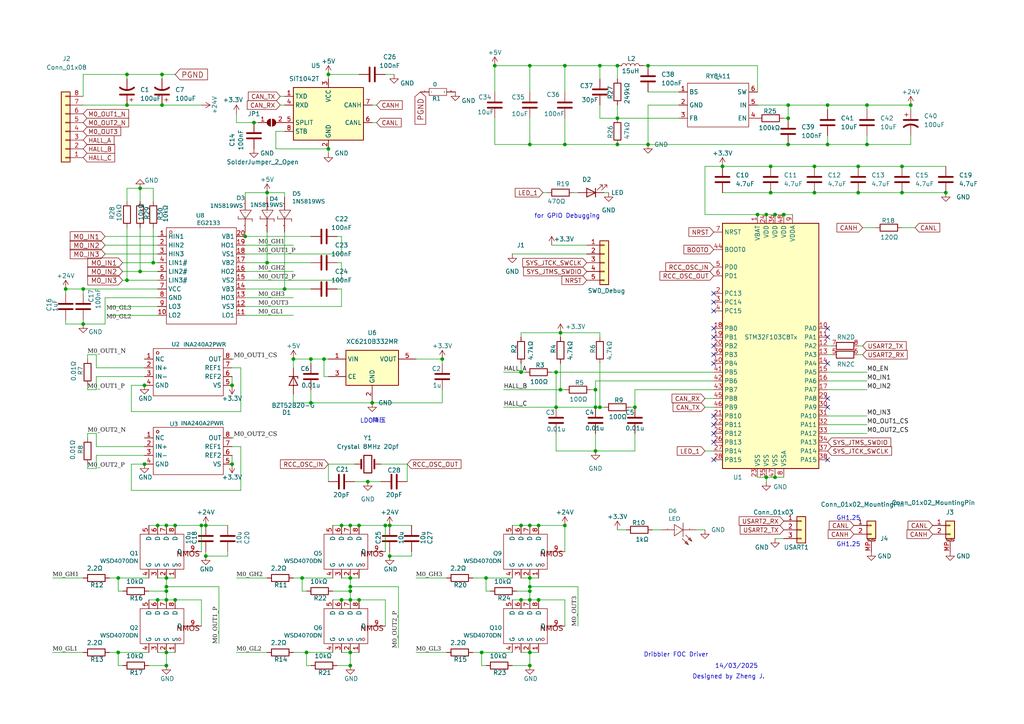
<source format=kicad_sch>
(kicad_sch (version 20231120) (generator "eeschema") (generator_version "8.0")
  (paper "A4")
  (lib_symbols
    (symbol "Connector_Generic:Conn_01x03" (pin_names (offset 1.016) hide)
      (property "Reference" "J" (at 0 5.08 0))
      (property "Value" "Conn_01x03" (at 0 -5.08 0))
      (symbol "Conn_01x03_1_1"
        (pin passive line (at -5.08 2.54 0) (length 3.81) (name "Pin_1") (number "1"))
        (pin passive line (at -5.08 0 0) (length 3.81) (name "Pin_2") (number "2"))
        (pin passive line (at -5.08 -2.54 0) (length 3.81) (name "Pin_3") (number "3"))
      )
    )
    (symbol "Connector_Generic:Conn_01x05" (pin_names (offset 1.016) hide)
      (property "Reference" "J" (at 0 7.62 0))
      (property "Value" "Conn_01x05" (at 0 -7.62 0))
      (symbol "Conn_01x05_1_1"
        (pin passive line (at -5.08 5.08 0) (length 3.81) (name "Pin_1") (number "1"))
        (pin passive line (at -5.08 2.54 0) (length 3.81) (name "Pin_2") (number "2"))
        (pin passive line (at -5.08 0 0) (length 3.81) (name "Pin_3") (number "3"))
        (pin passive line (at -5.08 -2.54 0) (length 3.81) (name "Pin_4") (number "4"))
        (pin passive line (at -5.08 -5.08 0) (length 3.81) (name "Pin_5") (number "5"))
      )
    )
    (symbol "Connector_Generic:Conn_01x08" (pin_names (offset 1.016) hide)
      (property "Reference" "J" (at 0 10.16 0))
      (property "Value" "Conn_01x08" (at 0 -12.7 0))
      (symbol "Conn_01x08_1_1"
        (pin passive line (at -5.08 7.62 0) (length 3.81) (name "Pin_1") (number "1"))
        (pin passive line (at -5.08 5.08 0) (length 3.81) (name "Pin_2") (number "2"))
        (pin passive line (at -5.08 2.54 0) (length 3.81) (name "Pin_3") (number "3"))
        (pin passive line (at -5.08 0 0) (length 3.81) (name "Pin_4") (number "4"))
        (pin passive line (at -5.08 -2.54 0) (length 3.81) (name "Pin_5") (number "5"))
        (pin passive line (at -5.08 -5.08 0) (length 3.81) (name "Pin_6") (number "6"))
        (pin passive line (at -5.08 -7.62 0) (length 3.81) (name "Pin_7") (number "7"))
        (pin passive line (at -5.08 -10.16 0) (length 3.81) (name "Pin_8") (number "8"))
      )
    )
    (symbol "Connector_Generic_MountingPin:Conn_01x02_MountingPin" (pin_names (offset 1.016) hide)
      (property "Reference" "J" (at 0 2.54 0))
      (property "Value" "Conn_01x02_MountingPin" (at 1.27 -5.08 0))
      (symbol "Conn_01x02_MountingPin_1_1"
        (text "Mounting" (at 0 -4.191 0) (effects (font (size 0.381 0.381))))
        (pin passive line (at -5.08 0 0) (length 3.81) (name "Pin_1") (number "1"))
        (pin passive line (at -5.08 -2.54 0) (length 3.81) (name "Pin_2") (number "2"))
        (pin passive line (at 0 -7.62 90) (length 3.048) (name "MountPin") (number "MP"))
      )
    )
    (symbol "Converter_DCDC:RY8411"
      (property "Reference" "RY8411" (at 0.254 8.128 0))
      (symbol "RY8411_1_1"
        (pin input line (at -11.43 3.81 0) (length 2.54) (name "BS") (number "1"))
        (pin input line (at -11.43 0 0) (length 2.54) (name "GND") (number "2"))
        (pin output line (at -11.43 -3.81 0) (length 2.54) (name "FB") (number "3"))
        (pin input line (at 11.43 -3.81 180) (length 2.54) (name "EN") (number "4"))
        (pin input line (at 11.43 0 180) (length 2.54) (name "IN") (number "5"))
        (pin output line (at 11.43 3.81 180) (length 2.54) (name "SW") (number "6"))
      )
    )
    (symbol "Device:C" (pin_numbers hide) (pin_names (offset 0.254))
      (property "Reference" "C" (at 0.635 2.54 0))
      (property "Value" "C" (at 0.635 -2.54 0))
      (symbol "C_1_1"
        (pin passive line (at 0 3.81 270) (length 2.794) (name "~") (number "1"))
        (pin passive line (at 0 -3.81 90) (length 2.794) (name "~") (number "2"))
      )
    )
    (symbol "Device:C_Polarized_US" (pin_numbers hide) (pin_names (offset 0.254) hide)
      (property "Reference" "C" (at 0.635 2.54 0))
      (property "Value" "C_Polarized_US" (at 0.635 -2.54 0))
      (symbol "C_Polarized_US_1_1"
        (pin passive line (at 0 3.81 270) (length 2.794) (name "~") (number "1"))
        (pin passive line (at 0 -3.81 90) (length 3.302) (name "~") (number "2"))
      )
    )
    (symbol "Device:Crystal" (pin_numbers hide) (pin_names (offset 1.016) hide)
      (property "Reference" "Y" (at 0 3.81 0))
      (property "Value" "Crystal" (at 0 -3.81 0))
      (symbol "Crystal_1_1"
        (pin passive line (at -3.81 0 0) (length 1.27) (name "1") (number "1"))
        (pin passive line (at 3.81 0 180) (length 1.27) (name "2") (number "2"))
      )
    )
    (symbol "Device:L" (pin_numbers hide) (pin_names (offset 1.016) hide)
      (property "Reference" "L" (at -1.27 0 90))
      (property "Value" "L" (at 1.905 0 90))
      (symbol "L_1_1"
        (pin passive line (at 0 3.81 270) (length 1.27) (name "1") (number "1"))
        (pin passive line (at 0 -3.81 90) (length 1.27) (name "2") (number "2"))
      )
    )
    (symbol "Device:LED" (pin_numbers hide) (pin_names (offset 1.016) hide)
      (property "Reference" "D" (at 0 2.54 0))
      (property "Value" "LED" (at 0 -2.54 0))
      (symbol "LED_1_1"
        (pin passive line (at -3.81 0 0) (length 2.54) (name "K") (number "1"))
        (pin passive line (at 3.81 0 180) (length 2.54) (name "A") (number "2"))
      )
    )
    (symbol "Device:R" (pin_numbers hide) (pin_names (offset 0))
      (property "Reference" "R" (at 2.032 0 90))
      (property "Value" "R" (at 0 0 90))
      (symbol "R_1_1"
        (pin passive line (at 0 3.81 270) (length 1.27) (name "~") (number "1"))
        (pin passive line (at 0 -3.81 90) (length 1.27) (name "~") (number "2"))
      )
    )
    (symbol "Device:R_Pack04_SIP_Split" (pin_names (offset 0) hide)
      (property "Reference" "RN" (at 2.032 0 90))
      (property "Value" "R_Pack04_SIP_Split" (at 0 0 90))
      (symbol "R_Pack04_SIP_Split_1_1"
        (pin passive line (at 0 -3.81 90) (length 1.27) (name "R1.1") (number "1"))
        (pin passive line (at 0 3.81 270) (length 1.27) (name "R1.2") (number "2"))
      )
      (symbol "R_Pack04_SIP_Split_2_1"
        (pin passive line (at 0 -3.81 90) (length 1.27) (name "R2.1") (number "3"))
        (pin passive line (at 0 3.81 270) (length 1.27) (name "R2.2") (number "4"))
      )
      (symbol "R_Pack04_SIP_Split_3_1"
        (pin passive line (at 0 -3.81 90) (length 1.27) (name "R3.1") (number "5"))
        (pin passive line (at 0 3.81 270) (length 1.27) (name "R3.2") (number "6"))
      )
      (symbol "R_Pack04_SIP_Split_4_1"
        (pin passive line (at 0 -3.81 90) (length 1.27) (name "R4.1") (number "7"))
        (pin passive line (at 0 3.81 270) (length 1.27) (name "R4.2") (number "8"))
      )
    )
    (symbol "Diode:BZT52Bxx" (pin_numbers hide) (pin_names hide)
      (property "Reference" "D" (at 0 2.54 0))
      (property "Value" "BZT52Bxx" (at 0 -2.54 0))
      (symbol "BZT52Bxx_1_1"
        (pin passive line (at -3.81 0 0) (length 2.54) (name "K") (number "1"))
        (pin passive line (at 3.81 0 180) (length 2.54) (name "A") (number "2"))
      )
    )
    (symbol "Interface_CAN_LIN:TCAN334"
      (property "Reference" "U4" (at -5.08 13.97 0))
      (property "Value" "SIT3051ESA" (at -13.97 11.43 0))
      (symbol "TCAN334_1_1"
        (pin input line (at -12.7 5.08 0) (length 2.54) (name "TXD") (number "1"))
        (pin power_in line (at 0 -10.16 90) (length 2.54) (name "GND") (number "2"))
        (pin power_in line (at 0 10.16 270) (length 2.54) (name "VCC") (number "3"))
        (pin tri_state line (at -12.7 2.54 0) (length 2.54) (name "RXD") (number "4"))
        (pin input line (at -12.7 -2.54 0) (length 2.54) (name "SPLIT") (number "5"))
        (pin bidirectional line (at 12.7 -2.54 180) (length 2.54) (name "CANL") (number "6"))
        (pin bidirectional line (at 12.7 2.54 180) (length 2.54) (name "CANH") (number "7"))
        (pin input line (at -12.7 -5.08 0) (length 2.54) (name "STB") (number "8"))
      )
    )
    (symbol "Jumper:SolderJumper_2_Open" (pin_names (offset 0) hide)
      (property "Reference" "JP" (at 0 2.032 0))
      (property "Value" "SolderJumper_2_Open" (at 0 -2.54 0))
      (symbol "SolderJumper_2_Open_1_1"
        (pin passive line (at -3.81 0 0) (length 2.54) (name "A") (number "1"))
        (pin passive line (at 3.81 0 180) (length 2.54) (name "B") (number "2"))
      )
    )
    (symbol "MCU_ST_STM32F1:STM32F103C8Tx"
      (property "Reference" "U" (at -15.24 36.83 0))
      (property "Value" "STM32F103C8Tx" (at 7.62 36.83 0))
      (symbol "STM32F103C8Tx_1_1"
        (pin power_in line (at -5.08 38.1 270) (length 2.54) (name "VBAT") (number "1"))
        (pin bidirectional line (at 15.24 5.08 180) (length 2.54) (name "PA0") (number "10"))
        (pin bidirectional line (at 15.24 2.54 180) (length 2.54) (name "PA1") (number "11"))
        (pin bidirectional line (at 15.24 0 180) (length 2.54) (name "PA2") (number "12"))
        (pin bidirectional line (at 15.24 -2.54 180) (length 2.54) (name "PA3") (number "13"))
        (pin bidirectional line (at 15.24 -5.08 180) (length 2.54) (name "PA4") (number "14"))
        (pin bidirectional line (at 15.24 -7.62 180) (length 2.54) (name "PA5") (number "15"))
        (pin bidirectional line (at 15.24 -10.16 180) (length 2.54) (name "PA6") (number "16"))
        (pin bidirectional line (at 15.24 -12.7 180) (length 2.54) (name "PA7") (number "17"))
        (pin bidirectional line (at -17.78 5.08 0) (length 2.54) (name "PB0") (number "18"))
        (pin bidirectional line (at -17.78 2.54 0) (length 2.54) (name "PB1") (number "19"))
        (pin bidirectional line (at -17.78 15.24 0) (length 2.54) (name "PC13") (number "2"))
        (pin bidirectional line (at -17.78 0 0) (length 2.54) (name "PB2") (number "20"))
        (pin bidirectional line (at -17.78 -20.32 0) (length 2.54) (name "PB10") (number "21"))
        (pin bidirectional line (at -17.78 -22.86 0) (length 2.54) (name "PB11") (number "22"))
        (pin power_in line (at -5.08 -38.1 90) (length 2.54) (name "VSS") (number "23"))
        (pin power_in line (at -2.54 38.1 270) (length 2.54) (name "VDD") (number "24"))
        (pin bidirectional line (at -17.78 -25.4 0) (length 2.54) (name "PB12") (number "25"))
        (pin bidirectional line (at -17.78 -27.94 0) (length 2.54) (name "PB13") (number "26"))
        (pin bidirectional line (at -17.78 -30.48 0) (length 2.54) (name "PB14") (number "27"))
        (pin bidirectional line (at -17.78 -33.02 0) (length 2.54) (name "PB15") (number "28"))
        (pin bidirectional line (at 15.24 -15.24 180) (length 2.54) (name "PA8") (number "29"))
        (pin bidirectional line (at -17.78 12.7 0) (length 2.54) (name "PC14") (number "3"))
        (pin bidirectional line (at 15.24 -17.78 180) (length 2.54) (name "PA9") (number "30"))
        (pin bidirectional line (at 15.24 -20.32 180) (length 2.54) (name "PA10") (number "31"))
        (pin bidirectional line (at 15.24 -22.86 180) (length 2.54) (name "PA11") (number "32"))
        (pin bidirectional line (at 15.24 -25.4 180) (length 2.54) (name "PA12") (number "33"))
        (pin bidirectional line (at 15.24 -27.94 180) (length 2.54) (name "PA13") (number "34"))
        (pin power_in line (at -2.54 -38.1 90) (length 2.54) (name "VSS") (number "35"))
        (pin power_in line (at 0 38.1 270) (length 2.54) (name "VDD") (number "36"))
        (pin bidirectional line (at 15.24 -30.48 180) (length 2.54) (name "PA14") (number "37"))
        (pin bidirectional line (at 15.24 -33.02 180) (length 2.54) (name "PA15") (number "38"))
        (pin bidirectional line (at -17.78 -2.54 0) (length 2.54) (name "PB3") (number "39"))
        (pin bidirectional line (at -17.78 10.16 0) (length 2.54) (name "PC15") (number "4"))
        (pin bidirectional line (at -17.78 -5.08 0) (length 2.54) (name "PB4") (number "40"))
        (pin bidirectional line (at -17.78 -7.62 0) (length 2.54) (name "PB5") (number "41"))
        (pin bidirectional line (at -17.78 -10.16 0) (length 2.54) (name "PB6") (number "42"))
        (pin bidirectional line (at -17.78 -12.7 0) (length 2.54) (name "PB7") (number "43"))
        (pin input line (at -17.78 27.94 0) (length 2.54) (name "BOOT0") (number "44"))
        (pin bidirectional line (at -17.78 -15.24 0) (length 2.54) (name "PB8") (number "45"))
        (pin bidirectional line (at -17.78 -17.78 0) (length 2.54) (name "PB9") (number "46"))
        (pin power_in line (at 0 -38.1 90) (length 2.54) (name "VSS") (number "47"))
        (pin power_in line (at 2.54 38.1 270) (length 2.54) (name "VDD") (number "48"))
        (pin input line (at -17.78 22.86 0) (length 2.54) (name "PD0") (number "5"))
        (pin input line (at -17.78 20.32 0) (length 2.54) (name "PD1") (number "6"))
        (pin input line (at -17.78 33.02 0) (length 2.54) (name "NRST") (number "7"))
        (pin power_in line (at 2.54 -38.1 90) (length 2.54) (name "VSSA") (number "8"))
        (pin power_in line (at 5.08 38.1 270) (length 2.54) (name "VDDA") (number "9"))
      )
    )
    (symbol "Regulator_Linear:XC6210B332MR"
      (property "Reference" "U" (at 0 8.89 0))
      (property "Value" "XC6210B332MR" (at 0 6.35 0))
      (symbol "XC6210B332MR_1_1"
        (pin power_in line (at -12.7 2.54 0) (length 5.08) (name "VIN") (number "1"))
        (pin power_in line (at 0 -10.16 90) (length 5.08) (name "GND") (number "2"))
        (pin input line (at -12.7 -2.54 0) (length 5.08) (name "CE") (number "3"))
        (pin no_connect line (at 7.62 -2.54 180) (length 5.08) hide (name "NC") (number "4"))
        (pin power_out line (at 12.7 2.54 180) (length 5.08) (name "VOUT") (number "5"))
      )
    )
    (symbol "SCH_DengFO-easyedapro:0"
      (property "Reference" "R" (at 0 0 0))
      (symbol "0_1_0"
        (pin input line (at -5.08 0 0) (length 2.54) (name "1") (number "1"))
        (pin input line (at 5.08 0 180) (length 2.54) (name "2") (number "2"))
      )
    )
    (symbol "SCH_DengFO-easyedapro:17-21SUYC/TR8"
      (property "Reference" "LED" (at 0 0 0))
      (symbol "17-21SUYC/TR8_1_0"
        (pin input line (at -5.08 0 0) (length 3.81) (name "-") (number "1"))
        (pin input line (at 5.08 0 180) (length 3.81) (name "+") (number "2"))
      )
    )
    (symbol "SCH_DengFO-easyedapro:1N5819WS"
      (property "Reference" "D" (at 0 0 0))
      (symbol "1N5819WS_1_0"
        (pin input line (at -5.08 0 0) (length 3.81) (name "C") (number "1"))
        (pin input line (at 5.08 0 180) (length 3.81) (name "A") (number "2"))
      )
    )
    (symbol "SCH_DengFO-easyedapro:EG2133"
      (property "Reference" "U" (at 0 0 0))
      (symbol "EG2133_1_0"
        (pin input line (at -12.7 11.43 0) (length 2.54) (name "HIN1") (number "1"))
        (pin input line (at -12.7 -11.43 0) (length 2.54) (name "LO2") (number "10"))
        (pin input line (at 12.7 -11.43 180) (length 2.54) (name "LO1") (number "11"))
        (pin input line (at 12.7 -8.89 180) (length 2.54) (name "VS3") (number "12"))
        (pin input line (at 12.7 -6.35 180) (length 2.54) (name "HO3") (number "13"))
        (pin input line (at 12.7 -3.81 180) (length 2.54) (name "VB3") (number "14"))
        (pin input line (at 12.7 -1.27 180) (length 2.54) (name "VS2") (number "15"))
        (pin input line (at 12.7 1.27 180) (length 2.54) (name "HO2") (number "16"))
        (pin input line (at 12.7 3.81 180) (length 2.54) (name "VB2") (number "17"))
        (pin input line (at 12.7 6.35 180) (length 2.54) (name "VS1") (number "18"))
        (pin input line (at 12.7 8.89 180) (length 2.54) (name "HO1") (number "19"))
        (pin input line (at -12.7 8.89 0) (length 2.54) (name "HIN2") (number "2"))
        (pin input line (at 12.7 11.43 180) (length 2.54) (name "VB1") (number "20"))
        (pin input line (at -12.7 6.35 0) (length 2.54) (name "HIN3") (number "3"))
        (pin input line (at -12.7 3.81 0) (length 2.54) (name "LIN1#") (number "4"))
        (pin input line (at -12.7 1.27 0) (length 2.54) (name "LIN2#") (number "5"))
        (pin input line (at -12.7 -1.27 0) (length 2.54) (name "LIN3#") (number "6"))
        (pin input line (at -12.7 -3.81 0) (length 2.54) (name "VCC") (number "7"))
        (pin input line (at -12.7 -6.35 0) (length 2.54) (name "GND") (number "8"))
        (pin input line (at -12.7 -8.89 0) (length 2.54) (name "LO3") (number "9"))
      )
    )
    (symbol "SCH_DengFO-easyedapro:INA240A2PWR"
      (property "Reference" "U" (at 0 0 0))
      (symbol "INA240A2PWR_1_0"
        (pin input line (at -12.7 3.81 0) (length 2.54) (name "NC") (number "1"))
        (pin input line (at -12.7 1.27 0) (length 2.54) (name "IN+") (number "2"))
        (pin input line (at -12.7 -1.27 0) (length 2.54) (name "IN-") (number "3"))
        (pin input line (at -12.7 -3.81 0) (length 2.54) (name "GND") (number "4"))
        (pin input line (at 12.7 -3.81 180) (length 2.54) (name "VS") (number "5"))
        (pin input line (at 12.7 -1.27 180) (length 2.54) (name "REF2") (number "6"))
        (pin input line (at 12.7 1.27 180) (length 2.54) (name "REF1") (number "7"))
        (pin input line (at 12.7 3.81 180) (length 2.54) (name "OUT") (number "8"))
      )
    )
    (symbol "SCH_DengFO-easyedapro:WSD4070DN"
      (property "Reference" "Q" (at 0 0 0))
      (symbol "WSD4070DN_1_0"
        (text "NMOS" (at -1.6256 -2.9718 2700) (effects (font (size 1.5748 1.5748)) (justify right bottom)))
        (pin input line (at -7.62 -2.54 0) (length 2.54) (name "S") (number "1"))
        (pin input line (at -7.62 0 0) (length 2.54) (name "S") (number "2"))
        (pin input line (at -7.62 2.54 0) (length 2.54) (name "S") (number "3"))
        (pin input line (at -7.62 5.08 0) (length 2.54) (name "G") (number "4"))
        (pin input line (at 7.62 5.08 180) (length 2.54) (name "D") (number "5"))
        (pin input line (at 7.62 2.54 180) (length 2.54) (name "D") (number "6"))
        (pin input line (at 7.62 0 180) (length 2.54) (name "D") (number "7"))
        (pin input line (at 7.62 -2.54 180) (length 2.54) (name "D") (number "8"))
        (pin input line (at 0 -10.16 90) (length 5.08) (name "D") (number "9"))
      )
    )
    (symbol "power:+3.3V" (power) (pin_names (offset 0))
      (property "Value" "+3.3V" (at 0 3.556 0))
      (symbol "+3.3V_1_1"
        (pin power_in line (at 0 0 90) (length 0) hide (name "+3.3V") (number "1"))
      )
    )
    (symbol "power:GND" (power) (pin_names (offset 0))
      (property "Value" "GND" (at 0 -3.81 0))
      (symbol "GND_1_1"
        (pin power_in line (at 0 0 270) (length 0) hide (name "GND") (number "1"))
      )
    )
  )
  (junction (at 67.31 111.76))
  (junction (at 219.71 62.23))
  (junction (at 179.07 41.91))
  (junction (at 179.07 34.29))
  (junction (at 172.72 130.81))
  (junction (at 224.79 62.23))
  (junction (at 153.67 193.04))
  (junction (at 153.67 152.4))
  (junction (at 48.26 171.45))
  (junction (at 223.52 55.88))
  (junction (at 90.17 104.14))
  (junction (at 153.67 19.05))
  (junction (at 104.14 152.4))
  (junction (at 34.29 189.23))
  (junction (at 48.26 170.18))
  (junction (at 153.67 170.18))
  (junction (at 173.99 118.11))
  (junction (at 36.83 21.59))
  (junction (at 41.91 111.76))
  (junction (at 236.22 48.26))
  (junction (at 45.72 152.4))
  (junction (at 128.27 104.14))
  (junction (at 48.26 152.4))
  (junction (at 44.45 76.2))
  (junction (at 101.6 189.23))
  (junction (at 139.7 189.23))
  (junction (at 163.83 152.4))
  (junction (at 143.51 19.05))
  (junction (at 227.33 62.23))
  (junction (at 40.64 54.61))
  (junction (at 48.26 193.04))
  (junction (at 179.07 19.05))
  (junction (at 104.14 173.99))
  (junction (at 93.98 104.14))
  (junction (at 36.83 30.48))
  (junction (at 113.03 161.29))
  (junction (at 82.55 83.82))
  (junction (at 58.42 152.4))
  (junction (at 50.8 173.99))
  (junction (at 161.29 118.11))
  (junction (at 34.29 167.64))
  (junction (at 261.62 48.26))
  (junction (at 162.56 113.03))
  (junction (at 156.21 152.4))
  (junction (at 261.62 55.88))
  (junction (at 88.9 189.23))
  (junction (at 163.83 19.05))
  (junction (at 50.8 152.4))
  (junction (at 264.16 30.48))
  (junction (at 274.32 55.88))
  (junction (at 251.46 41.91))
  (junction (at 99.06 173.99))
  (junction (at 187.96 41.91))
  (junction (at 48.26 189.23))
  (junction (at 172.72 118.11))
  (junction (at 46.99 30.48))
  (junction (at 45.72 173.99))
  (junction (at 59.69 161.29))
  (junction (at 209.55 48.26))
  (junction (at 240.03 30.48))
  (junction (at 222.25 62.23))
  (junction (at 151.13 107.95))
  (junction (at 187.96 19.05))
  (junction (at 101.6 173.99))
  (junction (at 161.29 107.95))
  (junction (at 173.99 19.05))
  (junction (at 90.17 116.84))
  (junction (at 153.67 171.45))
  (junction (at 151.13 152.4))
  (junction (at 248.92 48.26))
  (junction (at 99.06 152.4))
  (junction (at 73.66 35.56))
  (junction (at 77.47 55.88))
  (junction (at 85.09 104.14))
  (junction (at 248.92 55.88))
  (junction (at 48.26 173.99))
  (junction (at 59.69 152.4))
  (junction (at 95.25 21.59))
  (junction (at 153.67 189.23))
  (junction (at 87.63 167.64))
  (junction (at 151.13 173.99))
  (junction (at 153.67 173.99))
  (junction (at 140.97 167.64))
  (junction (at 228.6 41.91))
  (junction (at 106.68 139.7))
  (junction (at 41.91 134.62))
  (junction (at 224.79 138.43))
  (junction (at 101.6 167.64))
  (junction (at 101.6 171.45))
  (junction (at 223.52 48.26))
  (junction (at 156.21 173.99))
  (junction (at 107.95 116.84))
  (junction (at 153.67 41.91))
  (junction (at 101.6 193.04))
  (junction (at 19.05 83.82))
  (junction (at 113.03 152.4))
  (junction (at 101.6 170.18))
  (junction (at 67.31 134.62))
  (junction (at 40.64 78.74))
  (junction (at 222.25 138.43))
  (junction (at 184.15 118.11))
  (junction (at 24.13 83.82))
  (junction (at 240.03 41.91))
  (junction (at 77.47 76.2))
  (junction (at 48.26 167.64))
  (junction (at 36.83 81.28))
  (junction (at 228.6 30.48))
  (junction (at 251.46 30.48))
  (junction (at 236.22 55.88))
  (junction (at 153.67 167.64))
  (junction (at 162.56 96.52))
  (junction (at 46.99 21.59))
  (junction (at 228.6 34.29))
  (junction (at 71.12 68.58))
  (junction (at 101.6 152.4))
  (junction (at 163.83 41.91))
  (junction (at 24.13 93.98))
  (junction (at 95.25 43.18))
  (junction (at 111.76 152.4))
  (junction (at 172.72 113.03))
  (no_connect (at 240.03 97.79))
  (no_connect (at 240.03 133.35))
  (no_connect (at 207.01 105.41))
  (no_connect (at 207.01 97.79))
  (no_connect (at 207.01 128.27))
  (no_connect (at 207.01 102.87))
  (no_connect (at 240.03 115.57))
  (no_connect (at 207.01 85.09))
  (no_connect (at 207.01 100.33))
  (no_connect (at 207.01 90.17))
  (no_connect (at 240.03 118.11))
  (no_connect (at 207.01 87.63))
  (no_connect (at 207.01 125.73))
  (no_connect (at 207.01 120.65))
  (no_connect (at 240.03 95.25))
  (no_connect (at 207.01 133.35))
  (no_connect (at 207.01 123.19))
  (no_connect (at 207.01 95.25))
  (no_connect (at 240.03 105.41))
  (wire (pts (xy 71.12 71.12) (xy 85.09 71.12)))
  (wire (pts (xy 24.13 92.71) (xy 24.13 93.98)))
  (wire (pts (xy 179.07 22.86) (xy 179.07 19.05)))
  (wire (pts (xy 99.06 76.2) (xy 97.79 76.2)))
  (wire (pts (xy 153.67 171.45) (xy 153.67 173.99)))
  (wire (pts (xy 172.72 125.73) (xy 172.72 130.81)))
  (wire (pts (xy 184.15 113.03) (xy 207.01 113.03)))
  (wire (pts (xy 71.12 91.44) (xy 85.09 91.44)))
  (wire (pts (xy 151.13 96.52) (xy 162.56 96.52)))
  (wire (pts (xy 99.06 173.99) (xy 96.52 173.99)))
  (wire (pts (xy 85.09 114.3) (xy 85.09 116.84)))
  (wire (pts (xy 156.21 173.99) (xy 163.83 173.99)))
  (wire (pts (xy 162.56 96.52) (xy 162.56 97.79)))
  (wire (pts (xy 153.67 170.18) (xy 153.67 167.64)))
  (wire (pts (xy 41.91 111.76) (xy 38.1 111.76)))
  (wire (pts (xy 35.56 81.28) (xy 36.83 81.28)))
  (wire (pts (xy 163.83 34.29) (xy 163.83 41.91)))
  (wire (pts (xy 153.67 26.67) (xy 153.67 19.05)))
  (wire (pts (xy 87.63 171.45) (xy 88.9 171.45)))
  (wire (pts (xy 48.26 189.23) (xy 45.72 189.23)))
  (wire (pts (xy 19.05 85.09) (xy 19.05 83.82)))
  (wire (pts (xy 93.98 104.14) (xy 93.98 109.22)))
  (wire (pts (xy 68.58 189.23) (xy 77.47 189.23)))
  (wire (pts (xy 137.16 189.23) (xy 139.7 189.23)))
  (wire (pts (xy 162.56 105.41) (xy 162.56 113.03)))
  (wire (pts (xy 204.47 118.11) (xy 207.01 118.11)))
  (wire (pts (xy 97.79 83.82) (xy 99.06 83.82)))
  (wire (pts (xy 228.6 41.91) (xy 240.03 41.91)))
  (wire (pts (xy 187.96 30.48) (xy 187.96 41.91)))
  (wire (pts (xy 146.05 107.95) (xy 151.13 107.95)))
  (wire (pts (xy 151.13 105.41) (xy 151.13 107.95)))
  (wire (pts (xy 66.04 161.29) (xy 66.04 160.02)))
  (wire (pts (xy 179.07 153.67) (xy 181.61 153.67)))
  (wire (pts (xy 38.1 134.62) (xy 38.1 142.24)))
  (wire (pts (xy 151.13 107.95) (xy 152.4 107.95)))
  (wire (pts (xy 240.03 120.65) (xy 251.46 120.65)))
  (wire (pts (xy 69.85 129.54) (xy 67.31 129.54)))
  (wire (pts (xy 173.99 118.11) (xy 175.26 118.11)))
  (wire (pts (xy 119.38 152.4) (xy 113.03 152.4)))
  (wire (pts (xy 43.18 171.45) (xy 48.26 171.45)))
  (wire (pts (xy 34.29 167.64) (xy 43.18 167.64)))
  (wire (pts (xy 71.12 73.66) (xy 99.06 73.66)))
  (wire (pts (xy 236.22 55.88) (xy 248.92 55.88)))
  (wire (pts (xy 63.5 170.18) (xy 48.26 170.18)))
  (wire (pts (xy 143.51 19.05) (xy 143.51 26.67)))
  (wire (pts (xy 240.03 113.03) (xy 251.46 113.03)))
  (wire (pts (xy 148.59 193.04) (xy 153.67 193.04)))
  (wire (pts (xy 82.55 55.88) (xy 77.47 55.88)))
  (wire (pts (xy 204.47 62.23) (xy 204.47 48.26)))
  (wire (pts (xy 161.29 107.95) (xy 161.29 118.11)))
  (wire (pts (xy 15.24 189.23) (xy 24.13 189.23)))
  (wire (pts (xy 80.01 43.18) (xy 95.25 43.18)))
  (wire (pts (xy 85.09 189.23) (xy 88.9 189.23)))
  (wire (pts (xy 40.64 78.74) (xy 45.72 78.74)))
  (wire (pts (xy 101.6 167.64) (xy 101.6 170.18)))
  (wire (pts (xy 187.96 41.91) (xy 228.6 41.91)))
  (wire (pts (xy 97.79 193.04) (xy 101.6 193.04)))
  (wire (pts (xy 251.46 30.48) (xy 264.16 30.48)))
  (wire (pts (xy 219.71 30.48) (xy 228.6 30.48)))
  (wire (pts (xy 172.72 130.81) (xy 184.15 130.81)))
  (wire (pts (xy 172.72 113.03) (xy 171.45 113.03)))
  (wire (pts (xy 87.63 167.64) (xy 96.52 167.64)))
  (wire (pts (xy 50.8 173.99) (xy 48.26 173.99)))
  (wire (pts (xy 228.6 30.48) (xy 228.6 34.29)))
  (wire (pts (xy 44.45 76.2) (xy 45.72 76.2)))
  (wire (pts (xy 166.37 55.88) (xy 167.64 55.88)))
  (wire (pts (xy 157.48 55.88) (xy 158.75 55.88)))
  (wire (pts (xy 140.97 171.45) (xy 140.97 167.64)))
  (wire (pts (xy 209.55 55.88) (xy 223.52 55.88)))
  (wire (pts (xy 224.79 156.21) (xy 227.33 156.21)))
  (wire (pts (xy 50.8 152.4) (xy 48.26 152.4)))
  (wire (pts (xy 99.06 68.58) (xy 99.06 73.66)))
  (wire (pts (xy 59.69 152.4) (xy 58.42 152.4)))
  (wire (pts (xy 153.67 170.18) (xy 167.64 170.18)))
  (wire (pts (xy 90.17 113.03) (xy 90.17 116.84)))
  (wire (pts (xy 115.57 170.18) (xy 115.57 187.96)))
  (wire (pts (xy 90.17 83.82) (xy 82.55 83.82)))
  (wire (pts (xy 31.75 91.44) (xy 45.72 91.44)))
  (wire (pts (xy 109.22 30.48) (xy 107.95 30.48)))
  (wire (pts (xy 163.83 26.67) (xy 163.83 19.05)))
  (wire (pts (xy 172.72 110.49) (xy 172.72 113.03)))
  (wire (pts (xy 25.4 113.03) (xy 27.94 113.03)))
  (wire (pts (xy 95.25 21.59) (xy 104.14 21.59)))
  (wire (pts (xy 69.85 106.68) (xy 67.31 106.68)))
  (wire (pts (xy 71.12 67.31) (xy 71.12 68.58)))
  (wire (pts (xy 186.69 19.05) (xy 187.96 19.05)))
  (wire (pts (xy 163.83 41.91) (xy 179.07 41.91)))
  (wire (pts (xy 161.29 107.95) (xy 207.01 107.95)))
  (wire (pts (xy 204.47 48.26) (xy 209.55 48.26)))
  (wire (pts (xy 30.48 68.58) (xy 45.72 68.58)))
  (wire (pts (xy 250.19 100.33) (xy 248.92 100.33)))
  (wire (pts (xy 34.29 193.04) (xy 35.56 193.04)))
  (wire (pts (xy 204.47 130.81) (xy 207.01 130.81)))
  (wire (pts (xy 30.48 73.66) (xy 45.72 73.66)))
  (wire (pts (xy 160.02 107.95) (xy 161.29 107.95)))
  (wire (pts (xy 219.71 26.67) (xy 219.71 19.05)))
  (wire (pts (xy 27.94 132.08) (xy 41.91 132.08)))
  (wire (pts (xy 25.4 125.73) (xy 27.94 125.73)))
  (wire (pts (xy 111.76 152.4) (xy 104.14 152.4)))
  (wire (pts (xy 68.58 35.56) (xy 73.66 35.56)))
  (wire (pts (xy 46.99 21.59) (xy 46.99 22.86)))
  (wire (pts (xy 204.47 115.57) (xy 207.01 115.57)))
  (wire (pts (xy 25.4 102.87) (xy 25.4 104.14)))
  (wire (pts (xy 77.47 55.88) (xy 71.12 55.88)))
  (wire (pts (xy 151.13 97.79) (xy 151.13 96.52)))
  (wire (pts (xy 36.83 30.48) (xy 46.99 30.48)))
  (wire (pts (xy 93.98 104.14) (xy 95.25 104.14)))
  (wire (pts (xy 19.05 83.82) (xy 24.13 83.82)))
  (wire (pts (xy 71.12 88.9) (xy 99.06 88.9)))
  (wire (pts (xy 27.94 113.03) (xy 27.94 109.22)))
  (wire (pts (xy 71.12 78.74) (xy 85.09 78.74)))
  (wire (pts (xy 161.29 130.81) (xy 172.72 130.81)))
  (wire (pts (xy 146.05 113.03) (xy 162.56 113.03)))
  (wire (pts (xy 30.48 93.98) (xy 30.48 86.36)))
  (wire (pts (xy 77.47 76.2) (xy 71.12 76.2)))
  (wire (pts (xy 222.25 138.43) (xy 224.79 138.43)))
  (wire (pts (xy 73.66 35.56) (xy 74.93 35.56)))
  (wire (pts (xy 240.03 41.91) (xy 251.46 41.91)))
  (wire (pts (xy 182.88 118.11) (xy 184.15 118.11)))
  (wire (pts (xy 113.03 161.29) (xy 113.03 160.02)))
  (wire (pts (xy 173.99 96.52) (xy 173.99 97.79)))
  (wire (pts (xy 48.26 189.23) (xy 48.26 193.04)))
  (wire (pts (xy 179.07 41.91) (xy 187.96 41.91)))
  (wire (pts (xy 120.65 104.14) (xy 128.27 104.14)))
  (wire (pts (xy 27.94 109.22) (xy 41.91 109.22)))
  (wire (pts (xy 140.97 171.45) (xy 142.24 171.45)))
  (wire (pts (xy 236.22 48.26) (xy 248.92 48.26)))
  (wire (pts (xy 50.8 189.23) (xy 48.26 189.23)))
  (wire (pts (xy 148.59 152.4) (xy 151.13 152.4)))
  (wire (pts (xy 85.09 104.14) (xy 90.17 104.14)))
  (wire (pts (xy 82.55 67.31) (xy 82.55 83.82)))
  (wire (pts (xy 27.94 129.54) (xy 41.91 129.54)))
  (wire (pts (xy 222.25 139.7) (xy 222.25 138.43)))
  (wire (pts (xy 101.6 171.45) (xy 101.6 173.99)))
  (wire (pts (xy 128.27 104.14) (xy 128.27 105.41)))
  (wire (pts (xy 114.3 21.59) (xy 111.76 21.59)))
  (wire (pts (xy 45.72 152.4) (xy 43.18 152.4)))
  (wire (pts (xy 146.05 118.11) (xy 161.29 118.11)))
  (wire (pts (xy 101.6 167.64) (xy 99.06 167.64)))
  (wire (pts (xy 251.46 31.75) (xy 251.46 30.48)))
  (wire (pts (xy 219.71 19.05) (xy 187.96 19.05)))
  (wire (pts (xy 227.33 62.23) (xy 229.87 62.23)))
  (wire (pts (xy 241.3 100.33) (xy 240.03 100.33)))
  (wire (pts (xy 240.03 39.37) (xy 240.03 41.91)))
  (wire (pts (xy 184.15 125.73) (xy 184.15 130.81)))
  (wire (pts (xy 227.33 34.29) (xy 228.6 34.29)))
  (wire (pts (xy 179.07 30.48) (xy 179.07 34.29)))
  (wire (pts (xy 173.99 30.48) (xy 173.99 34.29)))
  (wire (pts (xy 240.03 110.49) (xy 251.46 110.49)))
  (wire (pts (xy 30.48 86.36) (xy 45.72 86.36)))
  (wire (pts (xy 219.71 62.23) (xy 222.25 62.23)))
  (wire (pts (xy 19.05 93.98) (xy 19.05 92.71)))
  (wire (pts (xy 99.06 152.4) (xy 96.52 152.4)))
  (wire (pts (xy 96.52 171.45) (xy 101.6 171.45)))
  (wire (pts (xy 88.9 193.04) (xy 88.9 189.23)))
  (wire (pts (xy 240.03 107.95) (xy 251.46 107.95)))
  (wire (pts (xy 140.97 167.64) (xy 148.59 167.64)))
  (wire (pts (xy 172.72 118.11) (xy 173.99 118.11)))
  (wire (pts (xy 241.3 102.87) (xy 240.03 102.87)))
  (wire (pts (xy 36.83 54.61) (xy 40.64 54.61)))
  (wire (pts (xy 88.9 189.23) (xy 96.52 189.23)))
  (wire (pts (xy 106.68 139.7) (xy 110.49 139.7)))
  (wire (pts (xy 223.52 55.88) (xy 236.22 55.88)))
  (wire (pts (xy 71.12 81.28) (xy 99.06 81.28)))
  (wire (pts (xy 45.72 173.99) (xy 43.18 173.99)))
  (wire (pts (xy 38.1 119.38) (xy 69.85 119.38)))
  (wire (pts (xy 120.65 167.64) (xy 129.54 167.64)))
  (wire (pts (xy 102.87 139.7) (xy 106.68 139.7)))
  (wire (pts (xy 148.59 73.66) (xy 170.18 73.66)))
  (wire (pts (xy 101.6 189.23) (xy 101.6 193.04)))
  (wire (pts (xy 104.14 189.23) (xy 101.6 189.23)))
  (wire (pts (xy 67.31 132.08) (xy 67.31 134.62)))
  (wire (pts (xy 35.56 78.74) (xy 40.64 78.74)))
  (wire (pts (xy 48.26 173.99) (xy 45.72 173.99)))
  (wire (pts (xy 58.42 173.99) (xy 50.8 173.99)))
  (wire (pts (xy 128.27 113.03) (xy 128.27 116.84)))
  (wire (pts (xy 104.14 173.99) (xy 101.6 173.99)))
  (wire (pts (xy 240.03 30.48) (xy 251.46 30.48)))
  (wire (pts (xy 46.99 30.48) (xy 58.42 30.48)))
  (wire (pts (xy 143.51 41.91) (xy 153.67 41.91)))
  (wire (pts (xy 143.51 19.05) (xy 153.67 19.05)))
  (wire (pts (xy 24.13 21.59) (xy 36.83 21.59)))
  (wire (pts (xy 30.48 71.12) (xy 45.72 71.12)))
  (wire (pts (xy 261.62 55.88) (xy 274.32 55.88)))
  (wire (pts (xy 38.1 142.24) (xy 69.85 142.24)))
  (wire (pts (xy 248.92 55.88) (xy 261.62 55.88)))
  (wire (pts (xy 120.65 189.23) (xy 129.54 189.23)))
  (wire (pts (xy 224.79 62.23) (xy 227.33 62.23)))
  (wire (pts (xy 59.69 160.02) (xy 59.69 161.29)))
  (wire (pts (xy 153.67 173.99) (xy 156.21 173.99)))
  (wire (pts (xy 24.13 21.59) (xy 24.13 27.94)))
  (wire (pts (xy 67.31 104.14) (xy 67.818 104.14)))
  (wire (pts (xy 97.79 68.58) (xy 99.06 68.58)))
  (wire (pts (xy 148.59 173.99) (xy 151.13 173.99)))
  (wire (pts (xy 58.42 160.02) (xy 58.42 152.4)))
  (wire (pts (xy 172.72 110.49) (xy 207.01 110.49)))
  (wire (pts (xy 101.6 173.99) (xy 99.06 173.99)))
  (wire (pts (xy 153.67 189.23) (xy 156.21 189.23)))
  (wire (pts (xy 95.25 21.59) (xy 95.25 22.86)))
  (wire (pts (xy 90.17 116.84) (xy 107.95 116.84)))
  (wire (pts (xy 153.67 170.18) (xy 153.67 171.45)))
  (wire (pts (xy 153.67 34.29) (xy 153.67 41.91)))
  (wire (pts (xy 264.16 31.75) (xy 264.16 30.48)))
  (wire (pts (xy 81.28 30.48) (xy 82.55 30.48)))
  (wire (pts (xy 209.55 48.26) (xy 223.52 48.26)))
  (wire (pts (xy 71.12 68.58) (xy 90.17 68.58)))
  (wire (pts (xy 80.01 38.1) (xy 80.01 43.18)))
  (wire (pts (xy 149.86 171.45) (xy 153.67 171.45)))
  (wire (pts (xy 151.13 152.4) (xy 153.67 152.4)))
  (wire (pts (xy 189.23 153.67) (xy 191.77 153.67)))
  (wire (pts (xy 139.7 189.23) (xy 148.59 189.23)))
  (wire (pts (xy 27.94 102.87) (xy 27.94 106.68)))
  (wire (pts (xy 250.19 66.04) (xy 254 66.04)))
  (wire (pts (xy 173.99 105.41) (xy 173.99 118.11)))
  (wire (pts (xy 38.1 111.76) (xy 38.1 119.38)))
  (wire (pts (xy 101.6 170.18) (xy 101.6 171.45)))
  (wire (pts (xy 90.17 105.41) (xy 90.17 104.14)))
  (wire (pts (xy 46.99 21.59) (xy 50.8 21.59)))
  (wire (pts (xy 173.99 19.05) (xy 179.07 19.05)))
  (wire (pts (xy 95.25 109.22) (xy 93.98 109.22)))
  (wire (pts (xy 90.17 76.2) (xy 77.47 76.2)))
  (wire (pts (xy 88.9 193.04) (xy 90.17 193.04)))
  (wire (pts (xy 228.6 30.48) (xy 240.03 30.48)))
  (wire (pts (xy 63.5 170.18) (xy 63.5 186.69)))
  (wire (pts (xy 71.12 86.36) (xy 85.09 86.36)))
  (wire (pts (xy 41.91 134.62) (xy 38.1 134.62)))
  (wire (pts (xy 36.83 21.59) (xy 36.83 22.86)))
  (wire (pts (xy 95.25 139.7) (xy 95.25 134.62)))
  (wire (pts (xy 34.29 171.45) (xy 35.56 171.45)))
  (wire (pts (xy 82.55 83.82) (xy 71.12 83.82)))
  (wire (pts (xy 24.13 85.09) (xy 24.13 83.82)))
  (wire (pts (xy 119.38 160.02) (xy 119.38 161.29)))
  (wire (pts (xy 85.09 116.84) (xy 90.17 116.84)))
  (wire (pts (xy 25.4 102.87) (xy 27.94 102.87)))
  (wire (pts (xy 161.29 125.73) (xy 161.29 130.81)))
  (wire (pts (xy 15.24 167.64) (xy 24.13 167.64)))
  (wire (pts (xy 113.03 152.4) (xy 111.76 152.4)))
  (wire (pts (xy 119.38 161.29) (xy 113.03 161.29)))
  (wire (pts (xy 109.22 35.56) (xy 107.95 35.56)))
  (wire (pts (xy 40.64 54.61) (xy 40.64 58.42)))
  (wire (pts (xy 40.64 54.61) (xy 44.45 54.61)))
  (wire (pts (xy 85.09 106.68) (xy 85.09 104.14)))
  (wire (pts (xy 201.93 153.67) (xy 204.47 153.67)))
  (wire (pts (xy 81.28 27.94) (xy 82.55 27.94)))
  (wire (pts (xy 35.56 76.2) (xy 44.45 76.2)))
  (wire (pts (xy 25.4 111.76) (xy 25.4 113.03)))
  (wire (pts (xy 153.67 189.23) (xy 153.67 193.04)))
  (wire (pts (xy 240.03 125.73) (xy 251.46 125.73)))
  (wire (pts (xy 265.43 66.04) (xy 261.62 66.04)))
  (wire (pts (xy 172.72 113.03) (xy 172.72 118.11)))
  (wire (pts (xy 156.21 152.4) (xy 163.83 152.4)))
  (wire (pts (xy 153.67 19.05) (xy 163.83 19.05)))
  (wire (pts (xy 82.55 38.1) (xy 80.01 38.1)))
  (wire (pts (xy 24.13 93.98) (xy 19.05 93.98)))
  (wire (pts (xy 36.83 21.59) (xy 46.99 21.59)))
  (wire (pts (xy 27.94 106.68) (xy 41.91 106.68)))
  (wire (pts (xy 27.94 125.73) (xy 27.94 129.54)))
  (wire (pts (xy 85.09 167.64) (xy 87.63 167.64)))
  (wire (pts (xy 111.76 173.99) (xy 111.76 181.61)))
  (wire (pts (xy 25.4 135.89) (xy 27.94 135.89)))
  (wire (pts (xy 48.26 170.18) (xy 48.26 171.45)))
  (wire (pts (xy 67.31 127) (xy 67.818 127)))
  (wire (pts (xy 107.95 116.84) (xy 128.27 116.84)))
  (wire (pts (xy 95.25 134.62) (xy 102.87 134.62)))
  (wire (pts (xy 251.46 41.91) (xy 264.16 41.91)))
  (wire (pts (xy 153.67 41.91) (xy 163.83 41.91)))
  (wire (pts (xy 173.99 34.29) (xy 179.07 34.29)))
  (wire (pts (xy 104.14 167.64) (xy 101.6 167.64)))
  (wire (pts (xy 248.92 48.26) (xy 261.62 48.26)))
  (wire (pts (xy 67.31 109.22) (xy 67.31 111.76)))
  (wire (pts (xy 101.6 152.4) (xy 99.06 152.4)))
  (wire (pts (xy 44.45 54.61) (xy 44.45 58.42)))
  (wire (pts (xy 95.25 44.45) (xy 95.25 43.18)))
  (wire (pts (xy 173.99 22.86) (xy 173.99 19.05)))
  (wire (pts (xy 99.06 83.82) (xy 99.06 88.9)))
  (wire (pts (xy 101.6 189.23) (xy 99.06 189.23)))
  (wire (pts (xy 69.85 119.38) (xy 69.85 106.68)))
  (wire (pts (xy 50.8 167.64) (xy 48.26 167.64)))
  (wire (pts (xy 69.85 142.24) (xy 69.85 129.54)))
  (wire (pts (xy 151.13 173.99) (xy 153.67 173.99)))
  (wire (pts (xy 151.13 189.23) (xy 153.67 189.23)))
  (wire (pts (xy 40.64 66.04) (xy 40.64 78.74)))
  (wire (pts (xy 48.26 167.64) (xy 48.26 170.18)))
  (wire (pts (xy 36.83 81.28) (xy 45.72 81.28)))
  (wire (pts (xy 167.64 181.61) (xy 167.64 170.18)))
  (wire (pts (xy 44.45 66.04) (xy 44.45 76.2)))
  (wire (pts (xy 43.18 193.04) (xy 48.26 193.04)))
  (wire (pts (xy 264.16 41.91) (xy 264.16 39.37)))
  (wire (pts (xy 71.12 55.88) (xy 71.12 57.15)))
  (wire (pts (xy 250.19 102.87) (xy 248.92 102.87)))
  (wire (pts (xy 31.75 88.9) (xy 45.72 88.9)))
  (wire (pts (xy 48.26 171.45) (xy 48.26 173.99)))
  (wire (pts (xy 48.26 152.4) (xy 45.72 152.4)))
  (wire (pts (xy 261.62 48.26) (xy 274.32 48.26)))
  (wire (pts (xy 87.63 171.45) (xy 87.63 167.64)))
  (wire (pts (xy 27.94 135.89) (xy 27.94 132.08)))
  (wire (pts (xy 36.83 66.04) (xy 36.83 81.28)))
  (wire (pts (xy 111.76 152.4) (xy 111.76 160.02)))
  (wire (pts (xy 179.07 34.29) (xy 196.85 34.29)))
  (wire (pts (xy 25.4 134.62) (xy 25.4 135.89)))
  (wire (pts (xy 163.83 113.03) (xy 162.56 113.03)))
  (wire (pts (xy 104.14 152.4) (xy 101.6 152.4)))
  (wire (pts (xy 163.83 19.05) (xy 173.99 19.05)))
  (wire (pts (xy 111.76 173.99) (xy 104.14 173.99)))
  (wire (pts (xy 31.75 167.64) (xy 34.29 167.64)))
  (wire (pts (xy 143.51 34.29) (xy 143.51 41.91)))
  (wire (pts (xy 24.13 93.98) (xy 30.48 93.98)))
  (wire (pts (xy 187.96 26.67) (xy 196.85 26.67)))
  (wire (pts (xy 151.13 167.64) (xy 153.67 167.64)))
  (wire (pts (xy 240.03 123.19) (xy 251.46 123.19)))
  (wire (pts (xy 115.57 170.18) (xy 101.6 170.18)))
  (wire (pts (xy 77.47 67.31) (xy 77.47 76.2)))
  (wire (pts (xy 137.16 167.64) (xy 140.97 167.64)))
  (wire (pts (xy 118.11 134.62) (xy 118.11 139.7)))
  (wire (pts (xy 176.53 55.88) (xy 175.26 55.88)))
  (wire (pts (xy 68.58 33.02) (xy 68.58 35.56)))
  (wire (pts (xy 219.71 138.43) (xy 222.25 138.43)))
  (wire (pts (xy 224.79 138.43) (xy 227.33 138.43)))
  (wire (pts (xy 59.69 161.29) (xy 66.04 161.29)))
  (wire (pts (xy 204.47 62.23) (xy 219.71 62.23)))
  (wire (pts (xy 82.55 57.15) (xy 82.55 55.88)))
  (wire (pts (xy 25.4 125.73) (xy 25.4 127)))
  (wire (pts (xy 34.29 193.04) (xy 34.29 189.23)))
  (wire (pts (xy 160.02 71.12) (xy 170.18 71.12)))
  (wire (pts (xy 163.83 152.4) (xy 163.83 160.02)))
  (wire (pts (xy 77.47 57.15) (xy 77.47 55.88)))
  (wire (pts (xy 240.03 30.48) (xy 240.03 31.75)))
  (wire (pts (xy 50.8 152.4) (xy 58.42 152.4)))
  (wire (pts (xy 99.06 81.28) (xy 99.06 76.2)))
  (wire (pts (xy 34.29 171.45) (xy 34.29 167.64)))
  (wire (pts (xy 90.17 104.14) (xy 93.98 104.14)))
  (wire (pts (xy 68.58 167.64) (xy 77.47 167.64)))
  (wire (pts (xy 139.7 193.04) (xy 140.97 193.04)))
  (wire (pts (xy 58.42 173.99) (xy 58.42 181.61)))
  (wire (pts (xy 153.67 167.64) (xy 156.21 167.64)))
  (wire (pts (xy 31.75 189.23) (xy 34.29 189.23)))
  (wire (pts (xy 139.7 193.04) (xy 139.7 189.23)))
  (wire (pts (xy 161.29 118.11) (xy 172.72 118.11)))
  (wire (pts (xy 163.83 181.61) (xy 163.83 173.99)))
  (wire (pts (xy 223.52 48.26) (xy 236.22 48.26)))
  (wire (pts (xy 24.13 83.82) (xy 45.72 83.82)))
  (wire (pts (xy 153.67 152.4) (xy 156.21 152.4)))
  (wire (pts (xy 251.46 41.91) (xy 251.46 39.37)))
  (wire (pts (xy 24.13 30.48) (xy 36.83 30.48)))
  (wire (pts (xy 36.83 58.42) (xy 36.83 54.61)))
  (wire (pts (xy 196.85 30.48) (xy 187.96 30.48)))
  (wire (pts (xy 222.25 62.23) (xy 224.79 62.23)))
  (wire (pts (xy 66.04 152.4) (xy 59.69 152.4)))
  (wire (pts (xy 34.29 189.23) (xy 43.18 189.23)))
  (wire (pts (xy 48.26 167.64) (xy 45.72 167.64)))
  (wire (pts (xy 162.56 96.52) (xy 173.99 96.52)))
  (wire (pts (xy 110.49 134.62) (xy 118.11 134.62)))
  (wire (pts (xy 184.15 113.03) (xy 184.15 118.11)))
  (text "GH1.25" (at 242.57 158.75 0) (effects (font (size 1.27 1.27)) (justify left bottom)))
  (text "GH1.25" (at 242.57 151.13 0) (effects (font (size 1.27 1.27)) (justify left bottom)))
  (text "Designed by Zheng J." (at 211.328 196.342 0) (effects (font (size 1.27 1.27))))
  (text "Dribbler FOC Driver" (at 196.088 189.992 0) (effects (font (size 1.27 1.27))))
  (text "14/03/2025" (at 213.614 193.294 0) (effects (font (size 1.27 1.27))))
  (text "LDO降压" (at 108.204 122.174 0) (effects (font (size 1.27 1.27))))
  (text "for GPIO Debugging" (at 154.94 63.5 0) (effects (font (size 1.27 1.27)) (justify left bottom)))
  (label "M0_OUT2_CS" (at 251.46 125.73 0))
  (label "M0_OUT1_P" (at 63.5 186.69 90) (effects (font (size 1.2192 1.2192))))
  (label "M0_OUT1_CS" (at 67.818 104.14 0))
  (label "M0_OUT2_P" (at 115.57 187.96 90) (effects (font (size 1.2192 1.2192))))
  (label "M0_OUT2_N" (at 25.4 125.73 0) (effects (font (size 1.2192 1.2192))))
  (label "M0_IN3" (at 251.46 120.65 0))
  (label "M0_GH2" (at 74.93 78.74 0) (effects (font (size 1.2192 1.2192))))
  (label "M0_GL3" (at 38.1 88.9 180) (effects (font (size 1.2192 1.2192))))
  (label "M0_OUT3" (at 74.93 88.9 0) (effects (font (size 1.2192 1.2192))))
  (label "M0_GL3" (at 120.65 189.23 0) (effects (font (size 1.2192 1.2192))))
  (label "M0_OUT3" (at 167.64 181.61 90) (effects (font (size 1.2192 1.2192))))
  (label "M0_OUT1_N" (at 25.4 102.87 0) (effects (font (size 1.2192 1.2192))))
  (label "M0_GH1" (at 15.24 167.64 0) (effects (font (size 1.2192 1.2192))))
  (label "M0_GH3" (at 120.65 167.64 0) (effects (font (size 1.2192 1.2192))))
  (label "M0_OUT1_P" (at 74.93 73.66 0) (effects (font (size 1.2192 1.2192))))
  (label "M0_OUT1_P" (at 25.4 113.03 0) (effects (font (size 1.2192 1.2192))))
  (label "M0_OUT2_P" (at 74.93 81.28 0) (effects (font (size 1.2192 1.2192))))
  (label "M0_GL1" (at 15.24 189.23 0) (effects (font (size 1.2192 1.2192))))
  (label "M0_GL2" (at 38.1 91.44 180) (effects (font (size 1.2192 1.2192))))
  (label "M0_EN" (at 251.46 107.95 0))
  (label "M0_GL1" (at 74.93 91.44 0) (effects (font (size 1.2192 1.2192))))
  (label "HALL_C" (at 146.05 118.11 0))
  (label "HALL_B" (at 146.05 113.03 0))
  (label "M0_GH3" (at 74.93 86.36 0) (effects (font (size 1.2192 1.2192))))
  (label "M0_IN1" (at 251.46 110.49 0))
  (label "HALL_A" (at 146.05 107.95 0))
  (label "M0_OUT2_CS" (at 67.818 127 0))
  (label "M0_IN2" (at 251.46 113.03 0))
  (label "M0_GH2" (at 68.58 167.64 0) (effects (font (size 1.2192 1.2192))))
  (label "M0_GL2" (at 68.58 189.23 0) (effects (font (size 1.2192 1.2192))))
  (label "M0_OUT1_CS" (at 251.46 123.19 0))
  (label "M0_GH1" (at 74.93 71.12 0) (effects (font (size 1.2192 1.2192))))
  (label "M0_OUT2_P" (at 25.4 135.89 0) (effects (font (size 1.2192 1.2192))))
  (global_label "CANL" (shape input) (at 247.65 152.4 180) (property "Intersheetrefs" "${INTERSHEET_REFS}" (effects (hide yes))))
  (global_label "HALL_B" (shape input) (at 24.13 43.18 0) (property "Intersheetrefs" "${INTERSHEET_REFS}" (effects (hide yes))))
  (global_label "M0_IN3" (shape input) (at 35.56 81.28 180) (effects (font (size 1.397 1.397))) (property "Intersheetrefs" "${INTERSHEET_REFS}" (effects (hide yes))))
  (global_label "USART2_TX" (shape input) (at 250.19 100.33 0) (property "Intersheetrefs" "${INTERSHEET_REFS}" (effects (hide yes))))
  (global_label "CAN_TX" (shape input) (at 81.28 27.94 180) (property "Intersheetrefs" "${INTERSHEET_REFS}" (effects (hide yes))))
  (global_label "CANH" (shape input) (at 109.22 30.48 0) (property "Intersheetrefs" "${INTERSHEET_REFS}" (effects (hide yes))))
  (global_label "M0_OUT2_N" (shape input) (at 24.13 35.56 0) (property "Intersheetrefs" "${INTERSHEET_REFS}" (effects (hide yes))))
  (global_label "USART2_RX" (shape input) (at 250.19 102.87 0) (property "Intersheetrefs" "${INTERSHEET_REFS}" (effects (hide yes))))
  (global_label "CAN_RX" (shape input) (at 81.28 30.48 180) (property "Intersheetrefs" "${INTERSHEET_REFS}" (effects (hide yes))))
  (global_label "M0_IN2" (shape input) (at 35.56 78.74 180) (effects (font (size 1.397 1.397))) (property "Intersheetrefs" "${INTERSHEET_REFS}" (effects (hide yes))))
  (global_label "CANL" (shape input) (at 109.22 35.56 0) (property "Intersheetrefs" "${INTERSHEET_REFS}" (effects (hide yes))))
  (global_label "SYS_JTCK_SWCLK" (shape input) (at 240.03 130.81 0) (property "Intersheetrefs" "${INTERSHEET_REFS}" (effects (hide yes))))
  (global_label "LED_1" (shape input) (at 157.48 55.88 180) (property "Intersheetrefs" "${INTERSHEET_REFS}" (effects (hide yes))))
  (global_label "PGND" (shape input) (at 50.8 21.59 0) (effects (font (size 1.5748 1.5748))) (property "Intersheetrefs" "${INTERSHEET_REFS}" (effects (hide yes))))
  (global_label "SYS_JTMS_SWDIO" (shape input) (at 170.18 78.74 180) (property "Intersheetrefs" "${INTERSHEET_REFS}" (effects (hide yes))))
  (global_label "CANL" (shape input) (at 265.43 66.04 0) (property "Intersheetrefs" "${INTERSHEET_REFS}" (effects (hide yes))))
  (global_label "M0_IN2" (shape input) (at 30.48 71.12 180) (effects (font (size 1.397 1.397))) (property "Intersheetrefs" "${INTERSHEET_REFS}" (effects (hide yes))))
  (global_label "M0_IN1" (shape input) (at 35.56 76.2 180) (effects (font (size 1.397 1.397))) (property "Intersheetrefs" "${INTERSHEET_REFS}" (effects (hide yes))))
  (global_label "CANL" (shape input) (at 270.51 152.4 180) (property "Intersheetrefs" "${INTERSHEET_REFS}" (effects (hide yes))))
  (global_label "LED_1" (shape input) (at 204.47 130.81 180) (property "Intersheetrefs" "${INTERSHEET_REFS}" (effects (hide yes))))
  (global_label "M0_IN3" (shape input) (at 30.48 73.66 180) (effects (font (size 1.397 1.397))) (property "Intersheetrefs" "${INTERSHEET_REFS}" (effects (hide yes))))
  (global_label "M0_IN1" (shape input) (at 30.48 68.58 180) (effects (font (size 1.397 1.397))) (property "Intersheetrefs" "${INTERSHEET_REFS}" (effects (hide yes))))
  (global_label "HALL_C" (shape input) (at 24.13 45.72 0) (property "Intersheetrefs" "${INTERSHEET_REFS}" (effects (hide yes))))
  (global_label "USART2_RX" (shape input) (at 227.33 151.13 180) (property "Intersheetrefs" "${INTERSHEET_REFS}" (effects (hide yes))))
  (global_label "SYS_JTMS_SWDIO" (shape input) (at 240.03 128.27 0) (property "Intersheetrefs" "${INTERSHEET_REFS}" (effects (hide yes))))
  (global_label "CANH" (shape input) (at 270.51 154.94 180) (property "Intersheetrefs" "${INTERSHEET_REFS}" (effects (hide yes))))
  (global_label "RCC_OSC_OUT" (shape input) (at 207.01 80.01 180) (property "Intersheetrefs" "${INTERSHEET_REFS}" (effects (hide yes))))
  (global_label "PGND" (shape input) (at 121.92 26.67 270) (effects (font (size 1.5748 1.5748))) (property "Intersheetrefs" "${INTERSHEET_REFS}" (effects (hide yes))))
  (global_label "CAN_RX" (shape input) (at 204.47 115.57 180) (property "Intersheetrefs" "${INTERSHEET_REFS}" (effects (hide yes))))
  (global_label "RCC_OSC_OUT" (shape input) (at 118.11 134.62 0) (property "Intersheetrefs" "${INTERSHEET_REFS}" (effects (hide yes))))
  (global_label "USART2_TX" (shape input) (at 227.33 153.67 180) (property "Intersheetrefs" "${INTERSHEET_REFS}" (effects (hide yes))))
  (global_label "SYS_JTCK_SWCLK" (shape input) (at 170.18 76.2 180) (property "Intersheetrefs" "${INTERSHEET_REFS}" (effects (hide yes))))
  (global_label "RCC_OSC_IN" (shape input) (at 207.01 77.47 180) (property "Intersheetrefs" "${INTERSHEET_REFS}" (effects (hide yes))))
  (global_label "RCC_OSC_IN" (shape input) (at 95.25 134.62 180) (property "Intersheetrefs" "${INTERSHEET_REFS}" (effects (hide yes))))
  (global_label "CAN_TX" (shape input) (at 204.47 118.11 180) (property "Intersheetrefs" "${INTERSHEET_REFS}" (effects (hide yes))))
  (global_label "CANH" (shape input) (at 250.19 66.04 180) (property "Intersheetrefs" "${INTERSHEET_REFS}" (effects (hide yes))))
  (global_label "NRST" (shape input) (at 170.18 81.28 180) (property "Intersheetrefs" "${INTERSHEET_REFS}" (effects (hide yes))))
  (global_label "NRST" (shape input) (at 207.01 67.31 180) (property "Intersheetrefs" "${INTERSHEET_REFS}" (effects (hide yes))))
  (global_label "M0_OUT3" (shape input) (at 24.13 38.1 0) (property "Intersheetrefs" "${INTERSHEET_REFS}" (effects (hide yes))))
  (global_label "CANH" (shape input) (at 247.65 154.94 180) (property "Intersheetrefs" "${INTERSHEET_REFS}" (effects (hide yes))))
  (global_label "M0_OUT1_N" (shape input) (at 24.13 33.02 0) (property "Intersheetrefs" "${INTERSHEET_REFS}" (effects (hide yes))))
  (global_label "HALL_A" (shape input) (at 24.13 40.64 0) (property "Intersheetrefs" "${INTERSHEET_REFS}" (effects (hide yes))))
  (global_label "BOOTO" (shape input) (at 207.01 72.39 180) (property "Intersheetrefs" "${INTERSHEET_REFS}" (effects (hide yes))))
  (symbol (lib_id "power:GND") (at 59.69 161.29 0) (unit 1)
    (property "Reference" "#PWR021" (effects (hide yes)))
    (property "Value" "GND" (at 59.944 165.1 0))
  )
  (symbol (lib_id "Device:C") (at 228.6 38.1 0) (unit 1)
    (property "Reference" "C39" (at 232.41 36.8299 0) (effects (justify left)))
    (property "Value" "100nF" (at 232.41 39.3699 0) (effects (justify left)))
    (property "Footprint" "Capacitor_SMD:C_0603_1608Metric_Pad1.08x0.95mm_HandSolder" (effects (hide yes)))
    (property "Description" "Unpolarized capacitor" (effects (hide yes)))
  )
  (symbol (lib_id "Device:L") (at 182.88 19.05 90) (unit 1)
    (property "Reference" "L2" (at 183.134 17.018 90))
    (property "Value" "15uH" (at 182.88 20.574 90))
    (property "Footprint" "Inductor_SMD:L_Neosid_SM-NE127_HandSoldering" (effects (hide yes)))
    (property "Description" "Inductor" (effects (hide yes)))
  )
  (symbol (lib_id "SCH_DengFO-easyedapro:WSD4070DN") (at 153.67 181.61 90) (unit 1)
    (property "Reference" "Q10" (at 145.5166 182.8038 90) (effects (font (size 1.2192 1.2192)) (justify left top)))
    (property "Value" "WSD4070DN" (at 145.542 185.0644 90) (effects (font (size 1.2192 1.2192)) (justify left top)))
    (property "Footprint" "Package_DFN_QFN:DFN-8-1EP_3x3mm_P0.5mm_EP1.65x2.38mm" (effects (hide yes)))
    (property "Manufacturer Part" "WSD4070DN" (effects (hide yes)))
    (property "Manufacturer" "Winsok Semicon" (effects (hide yes)))
    (property "Supplier Part" "C719095" (effects (hide yes)))
    (property "Supplier" "LCSC" (effects (hide yes)))
    (property "Add into BOM" "yes" (effects (hide yes)))
    (property "Convert to PCB" "yes" (effects (hide yes)))
    (property "Origin Footprint" "PDFN3333-8_L3.1-W3.2-P0.65-LS3.4-BL" (effects (hide yes)))
  )
  (symbol (lib_id "Device:R") (at 162.56 101.6 180) (unit 1)
    (property "Reference" "R4" (at 160.528 99.822 90) (effects (justify left)))
    (property "Value" "4.7kΩ" (at 165.354 98.806 90) (effects (justify left)))
    (property "Footprint" "Resistor_SMD:R_0603_1608Metric_Pad0.98x0.95mm_HandSolder" (effects (hide yes)))
  )
  (symbol (lib_id "Device:C") (at 223.52 52.07 0) (unit 1)
    (property "Reference" "C11" (at 227.33 50.7999 0) (effects (justify left)))
    (property "Value" "4.7uF" (at 227.33 53.3399 0) (effects (justify left)))
    (property "Footprint" "Capacitor_SMD:C_0603_1608Metric_Pad1.08x0.95mm_HandSolder" (effects (hide yes)))
  )
  (symbol (lib_id "Device:C") (at 163.83 30.48 0) (unit 1)
    (property "Reference" "C36" (at 158.496 27.432 0) (effects (justify left)))
    (property "Value" "100nF" (at 157.734 33.02 0) (effects (justify left)))
    (property "Footprint" "Capacitor_SMD:C_0201_0603Metric_Pad0.64x0.40mm_HandSolder" (effects (hide yes)))
    (property "Description" "Unpolarized capacitor" (effects (hide yes)))
  )
  (symbol (lib_id "power:GND") (at 275.59 160.02 0) (unit 1)
    (property "Reference" "#PWR031" (effects (hide yes)))
    (property "Value" "GND" (at 279.4 161.29 0))
  )
  (symbol (lib_id "power:+3.3V") (at 95.25 21.59 0) (unit 1)
    (property "Reference" "#PWR014" (effects (hide yes)))
    (property "Value" "+5V" (at 95.25 17.78 0))
  )
  (symbol (lib_id "Device:R") (at 44.45 62.23 0) (unit 1)
    (property "Reference" "R30" (at 46.482 64.008 90) (effects (justify left)))
    (property "Value" "10kΩ" (at 48.006 64.516 90) (effects (justify left)))
    (property "Footprint" "Resistor_SMD:R_0603_1608Metric_Pad0.98x0.95mm_HandSolder" (effects (hide yes)))
  )
  (symbol (lib_id "Device:C") (at 184.15 121.92 0) (unit 1)
    (property "Reference" "C5" (at 181.356 119.634 0) (effects (justify left)))
    (property "Value" "0.01u" (at 181.356 124.206 0) (effects (justify left)))
    (property "Footprint" "Capacitor_SMD:C_0603_1608Metric_Pad1.08x0.95mm_HandSolder" (effects (hide yes)))
    (property "Description" "Unpolarized capacitor" (effects (hide yes)))
  )
  (symbol (lib_id "Device:R") (at 185.42 153.67 90) (unit 1)
    (property "Reference" "R10" (at 187.198 151.638 90) (effects (justify left)))
    (property "Value" "1kΩ" (at 188.214 156.464 90) (effects (justify left)))
    (property "Footprint" "Resistor_SMD:R_0603_1608Metric_Pad0.98x0.95mm_HandSolder" (effects (hide yes)))
  )
  (symbol (lib_id "Device:C") (at 236.22 52.07 0) (unit 1)
    (property "Reference" "C12" (at 240.03 50.7999 0) (effects (justify left)))
    (property "Value" "4.7uF" (at 240.03 53.3399 0) (effects (justify left)))
    (property "Footprint" "Capacitor_SMD:C_0603_1608Metric_Pad1.08x0.95mm_HandSolder" (effects (hide yes)))
  )
  (symbol (lib_id "power:GND") (at 153.67 193.04 0) (unit 1)
    (property "Reference" "#PWR015" (effects (hide yes)))
    (property "Value" "GND" (at 153.924 196.85 0))
  )
  (symbol (lib_id "power:+3.3V") (at 209.55 48.26 0) (unit 1)
    (property "Reference" "#PWR019" (effects (hide yes)))
    (property "Value" "+3.3V" (at 209.55 44.45 0))
  )
  (symbol (lib_id "Device:R") (at 39.37 193.04 270) (unit 1)
    (property "Reference" "R17" (at 37.592 195.072 90) (effects (justify left)))
    (property "Value" "10kΩ" (at 36.576 190.246 90) (effects (justify left)))
    (property "Footprint" "Resistor_SMD:R_0603_1608Metric_Pad0.98x0.95mm_HandSolder" (effects (hide yes)))
  )
  (symbol (lib_id "Device:R") (at 151.13 101.6 180) (unit 1)
    (property "Reference" "R2" (at 149.098 99.822 90) (effects (justify left)))
    (property "Value" "4.7kΩ" (at 153.924 98.806 90) (effects (justify left)))
    (property "Footprint" "Resistor_SMD:R_0603_1608Metric_Pad0.98x0.95mm_HandSolder" (effects (hide yes)))
  )
  (symbol (lib_id "Device:R") (at 146.05 171.45 270) (unit 1)
    (property "Reference" "R24" (at 144.272 173.482 90) (effects (justify left)))
    (property "Value" "10kΩ" (at 143.256 168.656 90) (effects (justify left)))
    (property "Footprint" "Resistor_SMD:R_0603_1608Metric_Pad0.98x0.95mm_HandSolder" (effects (hide yes)))
  )
  (symbol (lib_id "Device:C") (at 128.27 109.22 180) (unit 1)
    (property "Reference" "C2" (at 125.222 106.934 0) (effects (justify right)))
    (property "Value" "1u" (at 125.476 111.76 0) (effects (justify right)))
    (property "Footprint" "Capacitor_SMD:C_0603_1608Metric_Pad1.08x0.95mm_HandSolder" (effects (hide yes)))
    (property "Description" "Unpolarized capacitor" (effects (hide yes)))
  )
  (symbol (lib_id "power:+3.3V") (at 179.07 153.67 0) (unit 1)
    (property "Reference" "#PWR08" (effects (hide yes)))
    (property "Value" "+3.3V" (at 179.07 149.86 0))
  )
  (symbol (lib_id "Device:R") (at 162.56 55.88 270) (unit 1)
    (property "Reference" "R19" (at 161.29 53.34 90) (effects (justify left)))
    (property "Value" "470Ω" (at 158.75 58.42 90) (effects (justify left)))
    (property "Footprint" "Resistor_SMD:R_0603_1608Metric_Pad0.98x0.95mm_HandSolder" (effects (hide yes)))
  )
  (symbol (lib_id "power:GND") (at 148.59 73.66 0) (unit 1)
    (property "Reference" "#PWR034" (effects (hide yes)))
    (property "Value" "GND" (at 148.59 78.74 0))
  )
  (symbol (lib_id "power:+3.3V") (at 58.42 30.48 270) (unit 1)
    (property "Reference" "#PWR018" (effects (hide yes)))
    (property "Value" "+24V" (at 62.23 30.48 0))
  )
  (symbol (lib_id "power:GND") (at 107.95 116.84 0) (unit 1)
    (property "Reference" "#PWR06" (effects (hide yes)))
    (property "Value" "GND" (at 111.76 116.84 0))
  )
  (symbol (lib_id "Device:C") (at 209.55 52.07 0) (unit 1)
    (property "Reference" "C10" (at 213.36 50.7999 0) (effects (justify left)))
    (property "Value" "4.7uF" (at 213.36 53.3399 0) (effects (justify left)))
    (property "Footprint" "Capacitor_SMD:C_0603_1608Metric_Pad1.08x0.95mm_HandSolder" (effects (hide yes)))
  )
  (symbol (lib_id "Device:C") (at 172.72 121.92 0) (unit 1)
    (property "Reference" "C4" (at 169.672 119.634 0) (effects (justify left)))
    (property "Value" "0.01u" (at 169.672 124.206 0) (effects (justify left)))
    (property "Footprint" "Capacitor_SMD:C_0603_1608Metric_Pad1.08x0.95mm_HandSolder" (effects (hide yes)))
    (property "Description" "Unpolarized capacitor" (effects (hide yes)))
  )
  (symbol (lib_id "Device:C") (at 261.62 52.07 0) (unit 1)
    (property "Reference" "C15" (at 265.43 50.7999 0) (effects (justify left)))
    (property "Value" "4.7uF" (at 265.43 53.3399 0) (effects (justify left)))
    (property "Footprint" "Capacitor_SMD:C_0603_1608Metric_Pad1.08x0.95mm_HandSolder" (effects (hide yes)))
  )
  (symbol (lib_id "power:GND") (at 274.32 55.88 0) (unit 1)
    (property "Reference" "#PWR033" (effects (hide yes)))
    (property "Value" "GND" (at 279.4 57.15 0))
  )
  (symbol (lib_id "power:+3.3V") (at 85.09 104.14 0) (unit 1)
    (property "Reference" "#PWR012" (effects (hide yes)))
    (property "Value" "+5V" (at 85.09 100.33 0))
  )
  (symbol (lib_id "Device:R") (at 81.28 167.64 270) (unit 1)
    (property "Reference" "R11" (at 79.502 169.672 90) (effects (justify left)))
    (property "Value" "2.2Ω" (at 78.486 164.846 90) (effects (justify left)))
    (property "Footprint" "Resistor_SMD:R_0603_1608Metric_Pad0.98x0.95mm_HandSolder" (effects (hide yes)))
  )
  (symbol (lib_id "Interface_CAN_LIN:TCAN334") (at 95.25 33.02 0) (unit 1)
    (property "Reference" "U5" (at 90.17 19.05 0) (effects (justify left)))
    (property "Value" "SIT1042T" (at 83.82 22.86 0) (effects (justify left)))
    (property "Footprint" "Package_SO:SOP-8_3.9x4.9mm_P1.27mm" (effects (hide yes)))
    (property "Datasheet" "http://www.ti.com/lit/ds/symlink/tcan337.pdf" (effects (hide yes)))
  )
  (symbol (lib_id "Device:R") (at 257.81 66.04 90) (unit 1)
    (property "Reference" "R18" (at 259.588 64.008 90) (effects (justify left)))
    (property "Value" "120Ω" (at 260.604 68.834 90) (effects (justify left)))
    (property "Footprint" "Resistor_SMD:R_0603_1608Metric_Pad0.98x0.95mm_HandSolder" (effects (hide yes)))
  )
  (symbol (lib_id "Device:C") (at 143.51 30.48 180) (unit 1)
    (property "Reference" "C34" (at 138.684 28.194 0) (effects (justify right)))
    (property "Value" "10uF" (at 138.43 32.512 0) (effects (justify right)))
    (property "Footprint" "Capacitor_SMD:C_0603_1608Metric_Pad1.08x0.95mm_HandSolder" (effects (hide yes)))
    (property "Description" "Unpolarized capacitor" (effects (hide yes)))
  )
  (symbol (lib_id "Device:R") (at 36.83 62.23 0) (unit 1)
    (property "Reference" "R28" (at 32.512 63.754 90) (effects (justify left)))
    (property "Value" "10kΩ" (at 34.544 64.262 90) (effects (justify left)))
    (property "Footprint" "Resistor_SMD:R_0603_1608Metric_Pad0.98x0.95mm_HandSolder" (effects (hide yes)))
  )
  (symbol (lib_id "Device:C") (at 99.06 139.7 90) (unit 1)
    (property "Reference" "C21" (at 99.314 136.144 90))
    (property "Value" "20pF" (at 99.06 143.51 90))
    (property "Footprint" "Capacitor_SMD:C_0603_1608Metric_Pad1.08x0.95mm_HandSolder" (effects (hide yes)))
  )
  (symbol (lib_id "Converter_DCDC:RY8411") (at 208.28 30.48 0) (unit 1)
    (property "Reference" "RY8411" (at 208.28 22.098 0))
    (property "Value" "~" (at 208.28 22.86 0))
    (property "Footprint" "Package_DFN_QFN:DFN-8-1EP_3x3mm_P0.65mm_EP1.5x2.25mm" (effects (hide yes)))
  )
  (symbol (lib_id "SCH_DengFO-easyedapro:1N5819WS") (at 71.12 62.23 90) (unit 1)
    (property "Reference" "D3" (at 68.58 58.166 90) (effects (font (size 1.2192 1.2192)) (justify right top)))
    (property "Value" "1N5819WS" (at 70.612 60.452 90) (effects (font (size 1.2192 1.2192)) (justify left top)))
    (property "Footprint" "SOD-323" (effects (hide yes)))
    (property "Manufacturer Part" "1N5819WS" (effects (hide yes)))
    (property "Manufacturer" "Guangdong Hottech" (effects (hide yes)))
    (property "Supplier Part" "C191023" (effects (hide yes)))
    (property "Supplier" "LCSC" (effects (hide yes)))
    (property "Add into BOM" "yes" (effects (hide yes)))
    (property "Convert to PCB" "yes" (effects (hide yes)))
    (property "Origin Footprint" "SOD-323_L1.8-W1.3-LS2.5-RD" (effects (hide yes)))
  )
  (symbol (lib_id "power:+3.3V") (at 59.69 152.4 0) (unit 1)
    (property "Reference" "#PWR039" (effects (hide yes)))
    (property "Value" "+24V" (at 59.69 148.59 0))
  )
  (symbol (lib_id "Device:Crystal") (at 106.68 134.62 0) (unit 1)
    (property "Reference" "Y1" (at 106.68 127 0))
    (property "Value" "Crystal 8MHz 20pf" (at 106.68 129.54 0))
    (property "Footprint" "Crystal:Crystal_SMD_5032-2Pin_5.0x3.2mm_HandSoldering" (effects (hide yes)))
  )
  (symbol (lib_id "power:GND") (at 113.03 161.29 0) (unit 1)
    (property "Reference" "#PWR025" (effects (hide yes)))
    (property "Value" "GND" (at 113.284 165.1 0))
  )
  (symbol (lib_id "Device:C_Polarized_US") (at 36.83 26.67 180) (unit 1)
    (property "Reference" "C1" (at 40.64 26.0349 0) (effects (justify right)))
    (property "Value" "100uF" (at 40.64 28.5749 0) (effects (justify right)))
    (property "Footprint" "Capacitor_SMD:C_0603_1608Metric_Pad1.08x0.95mm_HandSolder" (effects (hide yes)))
    (property "Description" "Polarized capacitor, US symbol" (effects (hide yes)))
  )
  (symbol (lib_id "power:+3.3V") (at 160.02 71.12 0) (unit 1)
    (property "Reference" "#PWR038" (effects (hide yes)))
    (property "Value" "+3.3V" (at 163.576 69.342 0))
  )
  (symbol (lib_id "SCH_DengFO-easyedapro:EG2133") (at 58.42 80.01 0) (unit 1)
    (property "Reference" "U8" (at 56.9214 63.2206 0) (effects (font (size 1.2192 1.2192)) (justify left bottom)))
    (property "Value" "EG2133" (at 56.896 65.4304 0) (effects (font (size 1.2192 1.2192)) (justify left bottom)))
    (property "Footprint" "SCH_DengFO-easyedapro:TSSOP-20_L6.5-W4.4-P0.65-LS6.4-BL" (effects (hide yes)))
    (property "Manufacturer Part" "EG2133" (effects (hide yes)))
    (property "Manufacturer" "EG Micro" (effects (hide yes)))
    (property "Supplier Part" "C190343" (effects (hide yes)))
    (property "Supplier" "LCSC" (effects (hide yes)))
    (property "Add into BOM" "yes" (effects (hide yes)))
    (property "Convert to PCB" "yes" (effects (hide yes)))
    (property "Origin Footprint" "TSSOP-20_L6.5-W4.4-P0.65-LS6.4-BL" (effects (hide yes)))
  )
  (symbol (lib_id "Device:C") (at 19.05 88.9 0) (unit 1)
    (property "Reference" "C16" (at 14.224 88.392 90))
    (property "Value" "1uF" (at 16.002 88.646 90))
    (property "Footprint" "Capacitor_SMD:C_0603_1608Metric_Pad1.08x0.95mm_HandSolder" (effects (hide yes)))
  )
  (symbol (lib_id "power:GND") (at 41.91 111.76 0) (unit 1)
    (property "Reference" "#PWR022" (effects (hide yes)))
    (property "Value" "GND" (at 42.164 115.57 0))
  )
  (symbol (lib_id "power:GND") (at 222.25 139.7 0) (unit 1)
    (property "Reference" "#PWR020" (effects (hide yes)))
    (property "Value" "GND" (at 226.314 141.224 0))
  )
  (symbol (lib_id "Device:R") (at 92.71 171.45 270) (unit 1)
    (property "Reference" "R22" (at 90.932 173.482 90) (effects (justify left)))
    (property "Value" "10kΩ" (at 89.916 168.656 90) (effects (justify left)))
    (property "Footprint" "Resistor_SMD:R_0603_1608Metric_Pad0.98x0.95mm_HandSolder" (effects (hide yes)))
  )
  (symbol (lib_id "Device:C") (at 93.98 68.58 270) (unit 1)
    (property "Reference" "C22" (at 99.06 63.5 90))
    (property "Value" "100nF" (at 99.06 66.04 90))
    (property "Footprint" "Capacitor_SMD:C_0603_1608Metric_Pad1.08x0.95mm_HandSolder" (effects (hide yes)))
  )
  (symbol (lib_id "Device:C") (at 173.99 26.67 0) (unit 1)
    (property "Reference" "C37" (at 168.148 24.892 0) (effects (justify left)))
    (property "Value" "30pF" (at 168.656 28.956 0) (effects (justify left)))
    (property "Footprint" "Capacitor_SMD:C_0603_1608Metric_Pad1.08x0.95mm_HandSolder" (effects (hide yes)))
    (property "Description" "Unpolarized capacitor" (effects (hide yes)))
  )
  (symbol (lib_id "SCH_DengFO-easyedapro:WSD4070DN") (at 48.26 181.61 90) (unit 1)
    (property "Reference" "Q2" (at 40.1066 182.8038 90) (effects (font (size 1.2192 1.2192)) (justify left top)))
    (property "Value" "WSD4070DN" (at 40.132 185.0644 90) (effects (font (size 1.2192 1.2192)) (justify left top)))
    (property "Footprint" "Package_DFN_QFN:DFN-8-1EP_3x3mm_P0.5mm_EP1.65x2.38mm" (effects (hide yes)))
    (property "Manufacturer Part" "WSD4070DN" (effects (hide yes)))
    (property "Manufacturer" "Winsok Semicon" (effects (hide yes)))
    (property "Supplier Part" "C719095" (effects (hide yes)))
    (property "Supplier" "LCSC" (effects (hide yes)))
    (property "Add into BOM" "yes" (effects (hide yes)))
    (property "Convert to PCB" "yes" (effects (hide yes)))
    (property "Origin Footprint" "PDFN3333-8_L3.1-W3.2-P0.65-LS3.4-BL" (effects (hide yes)))
  )
  (symbol (lib_id "power:GND") (at 48.26 193.04 0) (unit 1)
    (property "Reference" "#PWR030" (effects (hide yes)))
    (property "Value" "GND" (at 48.514 196.85 0))
  )
  (symbol (lib_id "Device:C_Polarized_US") (at 264.16 35.56 0) (unit 1)
    (property "Reference" "C40" (at 267.97 33.6549 0) (effects (justify left)))
    (property "Value" "100uF" (at 267.97 36.1949 0) (effects (justify left)))
    (property "Footprint" "Capacitor_SMD:C_0603_1608Metric_Pad1.08x0.95mm_HandSolder" (effects (hide yes)))
    (property "Description" "Polarized capacitor, US symbol" (effects (hide yes)))
  )
  (symbol (lib_id "Device:R") (at 25.4 107.95 180) (unit 1)
    (property "Reference" "R7" (at 23.368 106.172 90) (effects (justify left)))
    (property "Value" "0.01Ω" (at 21.336 104.648 90) (effects (justify left)))
    (property "Footprint" "Resistor_SMD:R_0603_1608Metric_Pad0.98x0.95mm_HandSolder" (effects (hide yes)))
  )
  (symbol (lib_id "Device:C") (at 107.95 21.59 270) (unit 1)
    (property "Reference" "C26" (at 113.03 16.51 90))
    (property "Value" "100nF" (at 113.03 19.05 90))
    (property "Footprint" "Capacitor_SMD:C_0603_1608Metric_Pad1.08x0.95mm_HandSolder" (effects (hide yes)))
  )
  (symbol (lib_id "power:GND") (at 41.91 134.62 0) (unit 1)
    (property "Reference" "#PWR023" (effects (hide yes)))
    (property "Value" "GND" (at 42.164 138.43 0))
  )
  (symbol (lib_id "Device:C") (at 251.46 35.56 0) (unit 1)
    (property "Reference" "C42" (at 255.27 34.2899 0) (effects (justify left)))
    (property "Value" "10uF" (at 255.27 36.8299 0) (effects (justify left)))
    (property "Footprint" "Capacitor_SMD:C_0603_1608Metric_Pad1.08x0.95mm_HandSolder" (effects (hide yes)))
    (property "Description" "Unpolarized capacitor" (effects (hide yes)))
  )
  (symbol (lib_id "Diode:BZT52Bxx") (at 85.09 110.49 270) (unit 1)
    (property "Reference" "D1" (at 81.788 119.634 90) (effects (justify left)))
    (property "Value" "BZT52B20-G" (at 78.74 117.602 90) (effects (justify left)))
    (property "Footprint" "Diode_SMD:D_SOD-123" (effects (hide yes)))
    (property "Description" "500mW Zener Diode, SOD-123F" (effects (hide yes)))
  )
  (symbol (lib_id "SCH_DengFO-easyedapro:0") (at 127 26.67 0) (unit 1)
    (property "Reference" "R1" (at 125.476 29.337 0) (effects (font (size 1.2192 1.2192)) (justify left bottom)))
    (property "Value" "0" (at 125.476 25.2476 0) (effects (font (size 1.2192 1.2192)) (justify left bottom)))
    (property "Footprint" "Resistor_SMD:R_0201_0603Metric_Pad0.64x0.40mm_HandSolder" (effects (hide yes)))
    (property "Manufacturer Part" "RM10FTN0" (effects (hide yes)))
    (property "Manufacturer" "TA-I Tech" (effects (hide yes)))
    (property "Supplier Part" "C254574" (effects (hide yes)))
    (property "Supplier" "LCSC" (effects (hide yes)))
    (property "Add into BOM" "yes" (effects (hide yes)))
    (property "Convert to PCB" "yes" (effects (hide yes)))
    (property "Origin Footprint" "0805" (effects (hide yes)))
  )
  (symbol (lib_id "Device:C") (at 240.03 35.56 0) (unit 1)
    (property "Reference" "C41" (at 243.84 34.2899 0) (effects (justify left)))
    (property "Value" "10uF" (at 243.84 36.8299 0) (effects (justify left)))
    (property "Footprint" "Capacitor_SMD:C_0603_1608Metric_Pad1.08x0.95mm_HandSolder" (effects (hide yes)))
    (property "Description" "Unpolarized capacitor" (effects (hide yes)))
  )
  (symbol (lib_id "Device:R") (at 81.28 189.23 270) (unit 1)
    (property "Reference" "R14" (at 79.502 191.262 90) (effects (justify left)))
    (property "Value" "2.2Ω" (at 78.486 186.436 90) (effects (justify left)))
    (property "Footprint" "Resistor_SMD:R_0603_1608Metric_Pad0.98x0.95mm_HandSolder" (effects (hide yes)))
  )
  (symbol (lib_id "Device:R") (at 133.35 167.64 270) (unit 1)
    (property "Reference" "R20" (at 131.572 169.672 90) (effects (justify left)))
    (property "Value" "2.2Ω" (at 130.556 164.846 90) (effects (justify left)))
    (property "Footprint" "Resistor_SMD:R_0603_1608Metric_Pad0.98x0.95mm_HandSolder" (effects (hide yes)))
  )
  (symbol (lib_id "Device:C") (at 187.96 22.86 0) (unit 1)
    (property "Reference" "C38" (at 191.77 21.5899 0) (effects (justify left)))
    (property "Value" "100nF" (at 191.77 24.1299 0) (effects (justify left)))
    (property "Footprint" "Capacitor_SMD:C_0603_1608Metric_Pad1.08x0.95mm_HandSolder" (effects (hide yes)))
    (property "Description" "Unpolarized capacitor" (effects (hide yes)))
  )
  (symbol (lib_id "power:+3.3V") (at 67.31 134.62 180) (unit 1)
    (property "Reference" "#PWR028" (effects (hide yes)))
    (property "Value" "+3.3V" (at 67.31 138.43 0))
  )
  (symbol (lib_id "power:+3.3V") (at 128.27 104.14 0) (unit 1)
    (property "Reference" "#PWR07" (effects (hide yes)))
    (property "Value" "+3.3V" (at 128.27 100.33 0))
  )
  (symbol (lib_id "Device:C") (at 113.03 156.21 0) (unit 1)
    (property "Reference" "C25" (at 109.728 155.956 90))
    (property "Value" "10u" (at 116.332 155.956 90))
    (property "Footprint" "Capacitor_SMD:C_0603_1608Metric_Pad1.08x0.95mm_HandSolder" (effects (hide yes)))
  )
  (symbol (lib_id "power:GND") (at 252.73 160.02 0) (unit 1)
    (property "Reference" "#PWR036" (effects (hide yes)))
    (property "Value" "GND" (at 256.54 161.29 0))
  )
  (symbol (lib_id "Device:R") (at 156.21 107.95 90) (unit 1)
    (property "Reference" "R3" (at 157.988 105.918 90) (effects (justify left)))
    (property "Value" "100Ω" (at 159.004 110.744 90) (effects (justify left)))
    (property "Footprint" "Resistor_SMD:R_0603_1608Metric_Pad0.98x0.95mm_HandSolder" (effects (hide yes)))
  )
  (symbol (lib_id "Device:C") (at 161.29 121.92 180) (unit 1)
    (property "Reference" "C3" (at 158.242 119.634 0) (effects (justify right)))
    (property "Value" "0.01u" (at 158.496 124.46 0) (effects (justify right)))
    (property "Footprint" "Capacitor_SMD:C_0603_1608Metric_Pad1.08x0.95mm_HandSolder" (effects (hide yes)))
    (property "Description" "Unpolarized capacitor" (effects (hide yes)))
  )
  (symbol (lib_id "power:+3.3V") (at 19.05 83.82 0) (unit 1)
    (property "Reference" "#PWR037" (effects (hide yes)))
    (property "Value" "+24V" (at 19.05 80.01 0))
  )
  (symbol (lib_id "Device:C") (at 114.3 139.7 90) (unit 1)
    (property "Reference" "C28" (at 114.3 136.398 90))
    (property "Value" "20pF" (at 114.3 143.51 90))
    (property "Footprint" "Capacitor_SMD:C_0603_1608Metric_Pad1.08x0.95mm_HandSolder" (effects (hide yes)))
  )
  (symbol (lib_id "SCH_DengFO-easyedapro:INA240A2PWR") (at 54.61 107.95 0) (unit 1)
    (property "Reference" "U2" (at 49.784 100.584 0) (effects (font (size 1.2192 1.2192)) (justify left bottom)))
    (property "Value" "INA240A2PWR" (at 53.0606 100.6856 0) (effects (font (size 1.2192 1.2192)) (justify left bottom)))
    (property "Footprint" "SCH_DengFO-easyedapro:TSSOP-8_L4.4-W3.0-P0.65-LS6.4-BL" (effects (hide yes)))
    (property "Manufacturer Part" "INA240A2PWR" (effects (hide yes)))
    (property "Manufacturer" "TI" (effects (hide yes)))
    (property "Supplier Part" "C129949" (effects (hide yes)))
    (property "Supplier" "LCSC" (effects (hide yes)))
    (property "Add into BOM" "yes" (effects (hide yes)))
    (property "Convert to PCB" "yes" (effects (hide yes)))
    (property "Origin Footprint" "TSSOP-8_L4.4-W3.0-P0.65-LS6.4-BL" (effects (hide yes)))
  )
  (symbol (lib_id "Device:LED") (at 171.45 55.88 180) (unit 1)
    (property "Reference" "D2" (at 170.18 52.07 0))
    (property "Value" "LED" (at 179.07 55.88 0))
    (property "Footprint" "LED_SMD:LED_0603_1608Metric_Pad1.05x0.95mm_HandSolder" (effects (hide yes)))
  )
  (symbol (lib_id "Device:C") (at 119.38 156.21 0) (unit 1)
    (property "Reference" "C27" (at 124.714 155.956 90))
    (property "Value" "10u" (at 122.682 155.956 90))
    (property "Footprint" "Capacitor_SMD:C_0603_1608Metric_Pad1.08x0.95mm_HandSolder" (effects (hide yes)))
  )
  (symbol (lib_id "power:+3.3V") (at 162.56 96.52 0) (unit 1)
    (property "Reference" "#PWR04" (effects (hide yes)))
    (property "Value" "+3.3V" (at 166.878 94.742 0))
  )
  (symbol (lib_id "SCH_DengFO-easyedapro:WSD4070DN") (at 48.26 160.02 90) (unit 1)
    (property "Reference" "Q1" (at 40.1066 161.2138 90) (effects (font (size 1.2192 1.2192)) (justify left top)))
    (property "Value" "WSD4070DN" (at 40.132 163.4744 90) (effects (font (size 1.2192 1.2192)) (justify left top)))
    (property "Footprint" "Package_DFN_QFN:DFN-8-1EP_3x3mm_P0.5mm_EP1.65x2.38mm" (effects (hide yes)))
    (property "Manufacturer Part" "WSD4070DN" (effects (hide yes)))
    (property "Manufacturer" "Winsok Semicon" (effects (hide yes)))
    (property "Supplier Part" "C719095" (effects (hide yes)))
    (property "Supplier" "LCSC" (effects (hide yes)))
    (property "Add into BOM" "yes" (effects (hide yes)))
    (property "Convert to PCB" "yes" (effects (hide yes)))
    (property "Origin Footprint" "PDFN3333-8_L3.1-W3.2-P0.65-LS3.4-BL" (effects (hide yes)))
  )
  (symbol (lib_id "Device:R") (at 173.99 101.6 180) (unit 1)
    (property "Reference" "R6" (at 171.958 99.822 90) (effects (justify left)))
    (property "Value" "4.7kΩ" (at 176.784 98.806 90) (effects (justify left)))
    (property "Footprint" "Resistor_SMD:R_0603_1608Metric_Pad0.98x0.95mm_HandSolder" (effects (hide yes)))
  )
  (symbol (lib_id "Device:C") (at 153.67 30.48 0) (unit 1)
    (property "Reference" "C35" (at 148.336 28.194 0) (effects (justify left)))
    (property "Value" "10uF" (at 148.336 33.02 0) (effects (justify left)))
    (property "Footprint" "Capacitor_SMD:C_0603_1608Metric_Pad1.08x0.95mm_HandSolder" (effects (hide yes)))
    (property "Description" "Unpolarized capacitor" (effects (hide yes)))
  )
  (symbol (lib_id "Connector_Generic:Conn_01x03") (at 232.41 153.67 0) (unit 1)
    (property "Reference" "USART1" (at 227.33 158.75 0) (effects (justify left)))
    (property "Value" "Conn_01x03" (at 218.44 148.59 0) (effects (justify left)))
    (property "Footprint" "Connector_PinHeader_2.54mm:PinHeader_1x03_P2.54mm_Vertical" (effects (hide yes)))
  )
  (symbol (lib_id "SCH_DengFO-easyedapro:WSD4070DN") (at 101.6 181.61 90) (unit 1)
    (property "Reference" "Q6" (at 93.4466 182.8038 90) (effects (font (size 1.2192 1.2192)) (justify left top)))
    (property "Value" "WSD4070DN" (at 93.472 185.0644 90) (effects (font (size 1.2192 1.2192)) (justify left top)))
    (property "Footprint" "Package_DFN_QFN:DFN-8-1EP_3x3mm_P0.5mm_EP1.65x2.38mm" (effects (hide yes)))
    (property "Manufacturer Part" "WSD4070DN" (effects (hide yes)))
    (property "Manufacturer" "Winsok Semicon" (effects (hide yes)))
    (property "Supplier Part" "C719095" (effects (hide yes)))
    (property "Supplier" "LCSC" (effects (hide yes)))
    (property "Add into BOM" "yes" (effects (hide yes)))
    (property "Convert to PCB" "yes" (effects (hide yes)))
    (property "Origin Footprint" "PDFN3333-8_L3.1-W3.2-P0.65-LS3.4-BL" (effects (hide yes)))
  )
  (symbol (lib_id "Device:R_Pack04_SIP_Split") (at 245.11 102.87 270) (unit 3)
    (property "Reference" "RN2" (at 245.364 105.664 90))
    (property "Value" "R_Pack04_SIP_Split" (effects (hide yes)))
    (property "Footprint" "R_array_4:0402*4_r" (effects (hide yes)))
    (property "Datasheet" "http://www.vishay.com/docs/31509/csc.pdf" (effects (hide yes)))
  )
  (symbol (lib_id "Device:R") (at 93.98 193.04 270) (unit 1)
    (property "Reference" "R21" (at 92.202 195.072 90) (effects (justify left)))
    (property "Value" "10kΩ" (at 91.186 190.246 90) (effects (justify left)))
    (property "Footprint" "Resistor_SMD:R_0603_1608Metric_Pad0.98x0.95mm_HandSolder" (effects (hide yes)))
  )
  (symbol (lib_id "Device:C") (at 73.66 39.37 0) (unit 1)
    (property "Reference" "C14" (at 67.31 40.64 90))
    (property "Value" "100nF" (at 69.85 40.64 90))
    (property "Footprint" "Capacitor_SMD:C_0603_1608Metric_Pad1.08x0.95mm_HandSolder" (effects (hide yes)))
  )
  (symbol (lib_id "power:+3.3V") (at 113.03 152.4 0) (unit 1)
    (property "Reference" "#PWR041" (effects (hide yes)))
    (property "Value" "+24V" (at 113.03 148.59 0))
  )
  (symbol (lib_id "power:+3.3V") (at 163.83 152.4 0) (unit 1)
    (property "Reference" "#PWR042" (effects (hide yes)))
    (property "Value" "+24V" (at 163.83 148.59 0))
  )
  (symbol (lib_id "power:GND") (at 101.6 193.04 0) (unit 1)
    (property "Reference" "#PWR026" (effects (hide yes)))
    (property "Value" "GND" (at 101.854 196.85 0))
  )
  (symbol (lib_id "power:+3.3V") (at 67.31 111.76 180) (unit 1)
    (property "Reference" "#PWR027" (effects (hide yes)))
    (property "Value" "+3.3V" (at 67.31 115.57 0))
  )
  (symbol (lib_id "power:GND") (at 172.72 130.81 0) (unit 1)
    (property "Reference" "#PWR05" (effects (hide yes)))
    (property "Value" "GND" (at 172.72 135.89 0))
  )
  (symbol (lib_id "Connector_Generic_MountingPin:Conn_01x02_MountingPin") (at 252.73 152.4 0) (unit 1)
    (property "Reference" "J4" (at 255.27 156.21 0) (effects (justify left)))
    (property "Value" "Conn_01x02_MountingPin" (at 237.998 146.304 0) (effects (justify left)))
    (property "Footprint" "Connector_JST:JST_GH_BM02B-GHS-TBT_1x02-1MP_P1.25mm_Vertical" (effects (hide yes)))
  )
  (symbol (lib_id "SCH_DengFO-easyedapro:1N5819WS") (at 82.55 62.23 90) (unit 1)
    (property "Reference" "D5" (at 84.836 56.896 90) (effects (font (size 1.2192 1.2192)) (justify right top)))
    (property "Value" "1N5819WS" (at 84.582 59.182 90) (effects (font (size 1.2192 1.2192)) (justify right top)))
    (property "Footprint" "SOD-323" (effects (hide yes)))
    (property "Manufacturer Part" "1N5819WS" (effects (hide yes)))
    (property "Manufacturer" "Guangdong Hottech" (effects (hide yes)))
    (property "Supplier Part" "C191023" (effects (hide yes)))
    (property "Supplier" "LCSC" (effects (hide yes)))
    (property "Add into BOM" "yes" (effects (hide yes)))
    (property "Convert to PCB" "yes" (effects (hide yes)))
    (property "Origin Footprint" "SOD-323_L1.8-W1.3-LS2.5-RD" (effects (hide yes)))
  )
  (symbol (lib_id "SCH_DengFO-easyedapro:1N5819WS") (at 77.47 62.23 90) (unit 1)
    (property "Reference" "D4" (at 78.232 58.42 90) (effects (font (size 1.2192 1.2192)) (justify right top)))
    (property "Value" "1N5819WS" (at 72.39 60.198 90) (effects (font (size 1.2192 1.2192)) (justify right top)))
    (property "Footprint" "SOD-323" (effects (hide yes)))
    (property "Manufacturer Part" "1N5819WS" (effects (hide yes)))
    (property "Manufacturer" "Guangdong Hottech" (effects (hide yes)))
    (property "Supplier Part" "C191023" (effects (hide yes)))
    (property "Supplier" "LCSC" (effects (hide yes)))
    (property "Add into BOM" "yes" (effects (hide yes)))
    (property "Convert to PCB" "yes" (effects (hide yes)))
    (property "Origin Footprint" "SOD-323_L1.8-W1.3-LS2.5-RD" (effects (hide yes)))
  )
  (symbol (lib_id "Device:R") (at 179.07 26.67 180) (unit 1)
    (property "Reference" "R27" (at 177.038 24.892 90) (effects (justify left)))
    (property "Value" "249kΩ" (at 181.864 23.876 90) (effects (justify left)))
    (property "Footprint" "Resistor_SMD:R_0603_1608Metric_Pad0.98x0.95mm_HandSolder" (effects (hide yes)))
  )
  (symbol (lib_id "Device:C") (at 66.04 156.21 0) (unit 1)
    (property "Reference" "C20" (at 71.628 155.956 90))
    (property "Value" "10u" (at 69.342 155.956 90))
    (property "Footprint" "Capacitor_SMD:C_0603_1608Metric_Pad1.08x0.95mm_HandSolder" (effects (hide yes)))
  )
  (symbol (lib_id "Jumper:SolderJumper_2_Open") (at 78.74 35.56 0) (unit 1)
    (property "Reference" "JP1" (at 73.66 33.02 0))
    (property "Value" "SolderJumper_2_Open" (at 76.2 46.99 0))
    (property "Footprint" "Jumper:SolderJumper-2_P1.3mm_Open_RoundedPad1.0x1.5mm" (effects (hide yes)))
  )
  (symbol (lib_id "MCU_ST_STM32F1:STM32F103C8Tx") (at 224.79 100.33 0) (unit 1)
    (property "Reference" "U1" (at 212.598 138.43 0) (effects (justify left)))
    (property "Value" "STM32F103C8Tx" (at 215.9 97.79 0) (effects (justify left)))
    (property "Footprint" "Package_QFP:LQFP-48_7x7mm_P0.5mm" (effects (hide yes)))
    (property "Datasheet" "http://www.st.com/st-web-ui/static/active/en/resource/technical/document/datasheet/CD00161566.pdf" (effects (hide yes)))
  )
  (symbol (lib_id "power:+3.3V") (at 68.58 33.02 0) (unit 1)
    (property "Reference" "#PWR024" (effects (hide yes)))
    (property "Value" "+3.3V" (at 67.564 28.956 0))
  )
  (symbol (lib_id "power:GND") (at 73.66 43.18 0) (unit 1)
    (property "Reference" "#PWR029" (effects (hide yes)))
    (property "Value" "GND" (at 77.47 44.45 0))
  )
  (symbol (lib_id "Connector_Generic_MountingPin:Conn_01x02_MountingPin") (at 275.59 152.4 0) (unit 1)
    (property "Reference" "J3" (at 274.32 148.59 0) (effects (justify left)))
    (property "Value" "Conn_01x02_MountingPin" (at 258.572 145.796 0) (effects (justify left)))
    (property "Footprint" "Connector_JST:JST_GH_BM02B-GHS-TBT_1x02-1MP_P1.25mm_Vertical" (effects (hide yes)))
  )
  (symbol (lib_id "Device:C_Polarized_US") (at 46.99 26.67 180) (unit 1)
    (property "Reference" "C7" (at 50.8 26.0349 0) (effects (justify right)))
    (property "Value" "100uF" (at 50.8 28.5749 0) (effects (justify right)))
    (property "Footprint" "Capacitor_SMD:C_0603_1608Metric_Pad1.08x0.95mm_HandSolder" (effects (hide yes)))
    (property "Description" "Polarized capacitor, US symbol" (effects (hide yes)))
  )
  (symbol (lib_id "SCH_DengFO-easyedapro:INA240A2PWR") (at 54.61 130.81 0) (unit 1)
    (property "Reference" "U3" (at 49.276 123.698 0) (effects (font (size 1.2192 1.2192)) (justify left bottom)))
    (property "Value" "INA240A2PWR" (at 52.4002 123.5456 0) (effects (font (size 1.2192 1.2192)) (justify left bottom)))
    (property "Footprint" "SCH_DengFO-easyedapro:TSSOP-8_L4.4-W3.0-P0.65-LS6.4-BL" (effects (hide yes)))
    (property "Manufacturer Part" "INA240A2PWR" (effects (hide yes)))
    (property "Manufacturer" "TI" (effects (hide yes)))
    (property "Supplier Part" "C129949" (effects (hide yes)))
    (property "Supplier" "LCSC" (effects (hide yes)))
    (property "Add into BOM" "yes" (effects (hide yes)))
    (property "Convert to PCB" "yes" (effects (hide yes)))
    (property "Origin Footprint" "TSSOP-8_L4.4-W3.0-P0.65-LS6.4-BL" (effects (hide yes)))
  )
  (symbol (lib_id "power:GND") (at 132.08 26.67 0) (unit 1)
    (property "Reference" "#PWR01" (effects (hide yes)))
    (property "Value" "GND" (at 135.89 29.21 0))
  )
  (symbol (lib_id "Device:R") (at 133.35 189.23 270) (unit 1)
    (property "Reference" "R15" (at 131.572 191.262 90) (effects (justify left)))
    (property "Value" "2.2Ω" (at 130.556 186.436 90) (effects (justify left)))
    (property "Footprint" "Resistor_SMD:R_0603_1608Metric_Pad0.98x0.95mm_HandSolder" (effects (hide yes)))
  )
  (symbol (lib_id "Device:C") (at 93.98 83.82 270) (unit 1)
    (property "Reference" "C24" (at 99.06 78.74 90))
    (property "Value" "100nF" (at 99.06 81.28 90))
    (property "Footprint" "Capacitor_SMD:C_0603_1608Metric_Pad1.08x0.95mm_HandSolder" (effects (hide yes)))
  )
  (symbol (lib_id "Device:C") (at 24.13 88.9 0) (unit 1)
    (property "Reference" "C17" (at 26.416 85.852 90))
    (property "Value" "100nF" (at 28.448 86.614 90))
    (property "Footprint" "Capacitor_SMD:C_0603_1608Metric_Pad1.08x0.95mm_HandSolder" (effects (hide yes)))
  )
  (symbol (lib_id "Device:C") (at 59.69 156.21 0) (unit 1)
    (property "Reference" "C18" (at 56.388 155.956 90))
    (property "Value" "10u" (at 54.61 155.956 90))
    (property "Footprint" "Capacitor_SMD:C_0603_1608Metric_Pad1.08x0.95mm_HandSolder" (effects (hide yes)))
  )
  (symbol (lib_id "Regulator_Linear:XC6210B332MR") (at 107.95 106.68 0) (unit 1)
    (property "Reference" "U6" (at 107.95 96.52 0))
    (property "Value" "XC6210B332MR" (at 107.95 99.06 0))
    (property "Footprint" "Package_TO_SOT_SMD:SOT-23-5" (effects (hide yes)))
    (property "Datasheet" "https://www.torexsemi.com/file/xc6210/XC6210.pdf" (effects (hide yes)))
    (property "Description" "700mA, Low Drop-out Voltage Regulator, Fixed Output 3.3V, SOT-23-5" (effects (hide yes)))
  )
  (symbol (lib_id "Device:C") (at 93.98 76.2 270) (unit 1)
    (property "Reference" "C23" (at 99.06 71.12 90))
    (property "Value" "100nF" (at 99.06 73.66 90))
    (property "Footprint" "Capacitor_SMD:C_0603_1608Metric_Pad1.08x0.95mm_HandSolder" (effects (hide yes)))
  )
  (symbol (lib_id "power:GND") (at 106.68 139.7 0) (unit 1)
    (property "Reference" "#PWR035" (effects (hide yes)))
    (property "Value" "GND" (at 106.68 144.78 0))
  )
  (symbol (lib_id "Device:C") (at 274.32 52.07 0) (unit 1)
    (property "Reference" "C19" (at 278.13 50.7999 0) (effects (justify left)))
    (property "Value" "4.7uF" (at 278.13 53.3399 0) (effects (justify left)))
    (property "Footprint" "Capacitor_SMD:C_0603_1608Metric_Pad1.08x0.95mm_HandSolder" (effects (hide yes)))
  )
  (symbol (lib_id "Device:R") (at 179.07 118.11 90) (unit 1)
    (property "Reference" "R9" (at 180.848 116.078 90) (effects (justify left)))
    (property "Value" "100Ω" (at 181.864 120.904 90) (effects (justify left)))
    (property "Footprint" "Resistor_SMD:R_0603_1608Metric_Pad0.98x0.95mm_HandSolder" (effects (hide yes)))
  )
  (symbol (lib_id "Connector_Generic:Conn_01x08") (at 19.05 38.1 180) (unit 1)
    (property "Reference" "J2" (at 19.304 17.018 0))
    (property "Value" "Conn_01x08" (at 19.304 19.558 0))
    (property "Description" "Generic connector, single row, 01x08, script generated (kicad-library-utils/schlib/autogen/connector/)" (effects (hide yes)))
  )
  (symbol (lib_id "Device:R") (at 27.94 189.23 270) (unit 1)
    (property "Reference" "R13" (at 26.162 191.262 90) (effects (justify left)))
    (property "Value" "2.2Ω" (at 25.146 186.436 90) (effects (justify left)))
    (property "Footprint" "Resistor_SMD:R_0603_1608Metric_Pad0.98x0.95mm_HandSolder" (effects (hide yes)))
  )
  (symbol (lib_id "power:GND") (at 40.64 54.61 180) (unit 1)
    (property "Reference" "#PWR010" (effects (hide yes)))
    (property "Value" "GND" (at 43.942 52.324 0))
  )
  (symbol (lib_id "power:+3.3V") (at 77.47 55.88 0) (unit 1)
    (property "Reference" "#PWR09" (effects (hide yes)))
    (property "Value" "+5V" (at 77.47 52.07 0))
  )
  (symbol (lib_id "power:GND") (at 187.96 41.91 0) (unit 1)
    (property "Reference" "#PWR03" (effects (hide yes)))
    (property "Value" "GND" (at 191.77 41.91 0))
  )
  (symbol (lib_id "power:GND") (at 114.3 21.59 0) (unit 1)
    (property "Reference" "#PWR044" (effects (hide yes)))
    (property "Value" "GND" (at 118.11 24.13 0))
  )
  (symbol (lib_id "power:+3.3V") (at 143.51 19.05 0) (unit 1)
    (property "Reference" "#PWR013" (effects (hide yes)))
    (property "Value" "+5V" (at 143.51 15.24 0))
  )
  (symbol (lib_id "power:GND") (at 224.79 156.21 0) (unit 1)
    (property "Reference" "#PWR017" (effects (hide yes)))
    (property "Value" "GND" (at 220.98 158.75 0))
  )
  (symbol (lib_id "power:GND") (at 95.25 44.45 0) (unit 1)
    (property "Reference" "#PWR032" (effects (hide yes)))
    (property "Value" "GND" (at 99.06 44.45 0))
  )
  (symbol (lib_id "Device:R") (at 39.37 171.45 270) (unit 1)
    (property "Reference" "R16" (at 37.592 173.482 90) (effects (justify left)))
    (property "Value" "10kΩ" (at 36.576 168.656 90) (effects (justify left)))
    (property "Footprint" "Resistor_SMD:R_0603_1608Metric_Pad0.98x0.95mm_HandSolder" (effects (hide yes)))
  )
  (symbol (lib_id "Connector_Generic:Conn_01x05") (at 175.26 76.2 0) (unit 1)
    (property "Reference" "J1" (at 149.86 71.12 0) (effects (justify left)))
    (property "Value" "SWD_Debug" (at 170.434 84.328 0) (effects (justify left)))
    (property "Footprint" "Connector_PinHeader_2.54mm:PinHeader_1x05_P2.54mm_Vertical" (effects (hide yes)))
  )
  (symbol (lib_id "Device:R") (at 144.78 193.04 270) (unit 1)
    (property "Reference" "R23" (at 143.002 195.072 90) (effects (justify left)))
    (property "Value" "10kΩ" (at 141.986 190.246 90) (effects (justify left)))
    (property "Footprint" "Resistor_SMD:R_0603_1608Metric_Pad0.98x0.95mm_HandSolder" (effects (hide yes)))
  )
  (symbol (lib_id "Device:R") (at 40.64 62.23 0) (unit 1)
    (property "Reference" "R29" (at 42.672 63.754 90) (effects (justify left)))
    (property "Value" "10kΩ" (at 40.894 64.008 90) (effects (justify left)))
    (property "Footprint" "Resistor_SMD:R_0603_1608Metric_Pad0.98x0.95mm_HandSolder" (effects (hide yes)))
  )
  (symbol (lib_id "power:GND") (at 176.53 55.88 0) (unit 1)
    (property "Reference" "#PWR040" (effects (hide yes)))
    (property "Value" "GND" (at 176.53 60.96 0))
  )
  (symbol (lib_id "Device:R_Pack04_SIP_Split") (at 245.11 100.33 270) (unit 4)
    (property "Reference" "RN2" (at 245.364 97.79 90))
    (property "Value" "R_Pack04_SIP_Split" (effects (hide yes)))
    (property "Footprint" "R_array_4:0402*4_r" (effects (hide yes)))
    (property "Datasheet" "http://www.vishay.com/docs/31509/csc.pdf" (effects (hide yes)))
  )
  (symbol (lib_id "Device:C") (at 248.92 52.07 0) (unit 1)
    (property "Reference" "C13" (at 252.73 50.7999 0) (effects (justify left)))
    (property "Value" "4.7uF" (at 252.73 53.3399 0) (effects (justify left)))
    (property "Footprint" "Capacitor_SMD:C_0603_1608Metric_Pad1.08x0.95mm_HandSolder" (effects (hide yes)))
  )
  (symbol (lib_id "Device:R") (at 27.94 167.64 270) (unit 1)
    (property "Reference" "R12" (at 26.162 169.672 90) (effects (justify left)))
    (property "Value" "2.2Ω" (at 25.146 164.846 90) (effects (justify left)))
    (property "Footprint" "Resistor_SMD:R_0603_1608Metric_Pad0.98x0.95mm_HandSolder" (effects (hide yes)))
  )
  (symbol (lib_id "Device:C") (at 90.17 109.22 180) (unit 1)
    (property "Reference" "C6" (at 87.122 106.934 0) (effects (justify right)))
    (property "Value" "0.01u" (at 87.376 111.76 0) (effects (justify right)))
    (property "Footprint" "Capacitor_SMD:C_0603_1608Metric_Pad1.08x0.95mm_HandSolder" (effects (hide yes)))
    (property "Description" "Unpolarized capacitor" (effects (hide yes)))
  )
  (symbol (lib_id "power:+3.3V") (at 264.16 30.48 0) (unit 1)
    (property "Reference" "#PWR02" (effects (hide yes)))
    (property "Value" "+24V" (at 264.16 26.67 0))
  )
  (symbol (lib_id "Device:R") (at 223.52 34.29 90) (unit 1)
    (property "Reference" "R25" (at 225.298 32.258 90) (effects (justify left)))
    (property "Value" "100kΩ" (at 226.314 37.084 90) (effects (justify left)))
    (property "Footprint" "Resistor_SMD:R_0603_1608Metric_Pad0.98x0.95mm_HandSolder" (effects (hide yes)))
  )
  (symbol (lib_id "power:GND") (at 204.47 153.67 0) (unit 1)
    (property "Reference" "#PWR011" (effects (hide yes)))
    (property "Value" "GND" (at 208.28 153.67 0))
  )
  (symbol (lib_id "power:GND") (at 24.13 93.98 0) (unit 1)
    (property "Reference" "#PWR016" (effects (hide yes)))
    (property "Value" "GND" (at 27.686 96.266 0))
  )
  (symbol (lib_id "Device:R") (at 167.64 113.03 90) (unit 1)
    (property "Reference" "R5" (at 169.418 110.998 90) (effects (justify left)))
    (property "Value" "100Ω" (at 170.434 115.824 90) (effects (justify left)))
    (property "Footprint" "Resistor_SMD:R_0603_1608Metric_Pad0.98x0.95mm_HandSolder" (effects (hide yes)))
  )
  (symbol (lib_id "Device:R") (at 179.07 38.1 180) (unit 1)
    (property "Reference" "R26" (at 177.038 36.322 90) (effects (justify left)))
    (property "Value" "47kΩ" (at 181.864 35.306 90) (effects (justify left)))
    (property "Footprint" "Resistor_SMD:R_0603_1608Metric_Pad0.98x0.95mm_HandSolder" (effects (hide yes)))
  )
  (symbol (lib_id "SCH_DengFO-easyedapro:WSD4070DN") (at 101.6 160.02 90) (unit 1)
    (property "Reference" "Q5" (at 93.4466 161.2138 90) (effects (font (size 1.2192 1.2192)) (justify left top)))
    (property "Value" "WSD4070DN" (at 93.472 163.4744 90) (effects (font (size 1.2192 1.2192)) (justify left top)))
    (property "Footprint" "Package_DFN_QFN:DFN-8-1EP_3x3mm_P0.5mm_EP1.65x2.38mm" (effects (hide yes)))
    (property "Manufacturer Part" "WSD4070DN" (effects (hide yes)))
    (property "Manufacturer" "Winsok Semicon" (effects (hide yes)))
    (property "Supplier Part" "C719095" (effects (hide yes)))
    (property "Supplier" "LCSC" (effects (hide yes)))
    (property "Add into BOM" "yes" (effects (hide yes)))
    (property "Convert to PCB" "yes" (effects (hide yes)))
    (property "Origin Footprint" "PDFN3333-8_L3.1-W3.2-P0.65-LS3.4-BL" (effects (hide yes)))
  )
  (symbol (lib_id "SCH_DengFO-easyedapro:17-21SUYC/TR8") (at 196.85 153.67 180) (unit 1)
    (property "Reference" "D6" (at 193.8782 148.9456 0) (effects (font (size 1.2192 1.2192)) (justify right top)))
    (property "Value" "LED" (at 193.8782 151.2316 0) (effects (font (size 1.2192 1.2192)) (justify right top)))
    (property "Footprint" "LED_SMD:LED_0603_1608Metric_Pad1.05x0.95mm_HandSolder" (effects (hide yes)))
    (property "Manufacturer Part" "17-21SUYC/TR8" (effects (hide yes)))
    (property "Manufacturer" "KENTO" (effects (hide yes)))
    (property "Supplier Part" "C2296" (effects (hide yes)))
    (property "Supplier" "LCSC" (effects (hide yes)))
    (property "Add into BOM" "yes" (effects (hide yes)))
    (property "Convert to PCB" "yes" (effects (hide yes)))
    (property "Origin Footprint" "LED0805-RD" (effects (hide yes)))
    (property "image" "//image.lceda.cn/szlcsc/C2296.jpg" (effects (hide yes)))
  )
  (symbol (lib_id "Device:R") (at 25.4 130.81 180) (unit 1)
    (property "Reference" "R8" (at 23.368 129.032 90) (effects (justify left)))
    (property "Value" "0.01Ω" (at 21.082 127.508 90) (effects (justify left)))
    (property "Footprint" "Resistor_SMD:R_0603_1608Metric_Pad0.98x0.95mm_HandSolder" (effects (hide yes)))
  )
  (symbol (lib_id "SCH_DengFO-easyedapro:WSD4070DN") (at 153.67 160.02 90) (unit 1)
    (property "Reference" "Q9" (at 145.5166 161.2138 90) (effects (font (size 1.2192 1.2192)) (justify left top)))
    (property "Value" "WSD4070DN" (at 145.542 163.4744 90) (effects (font (size 1.2192 1.2192)) (justify left top)))
    (property "Footprint" "Package_DFN_QFN:DFN-8-1EP_3x3mm_P0.5mm_EP1.65x2.38mm" (effects (hide yes)))
    (property "Manufacturer Part" "WSD4070DN" (effects (hide yes)))
    (property "Manufacturer" "Winsok Semicon" (effects (hide yes)))
    (property "Supplier Part" "C719095" (effects (hide yes)))
    (property "Supplier" "LCSC" (effects (hide yes)))
    (property "Add into BOM" "yes" (effects (hide yes)))
    (property "Convert to PCB" "yes" (effects (hide yes)))
    (property "Origin Footprint" "PDFN3333-8_L3.1-W3.2-P0.65-LS3.4-BL" (effects (hide yes)))
  )
)
</source>
